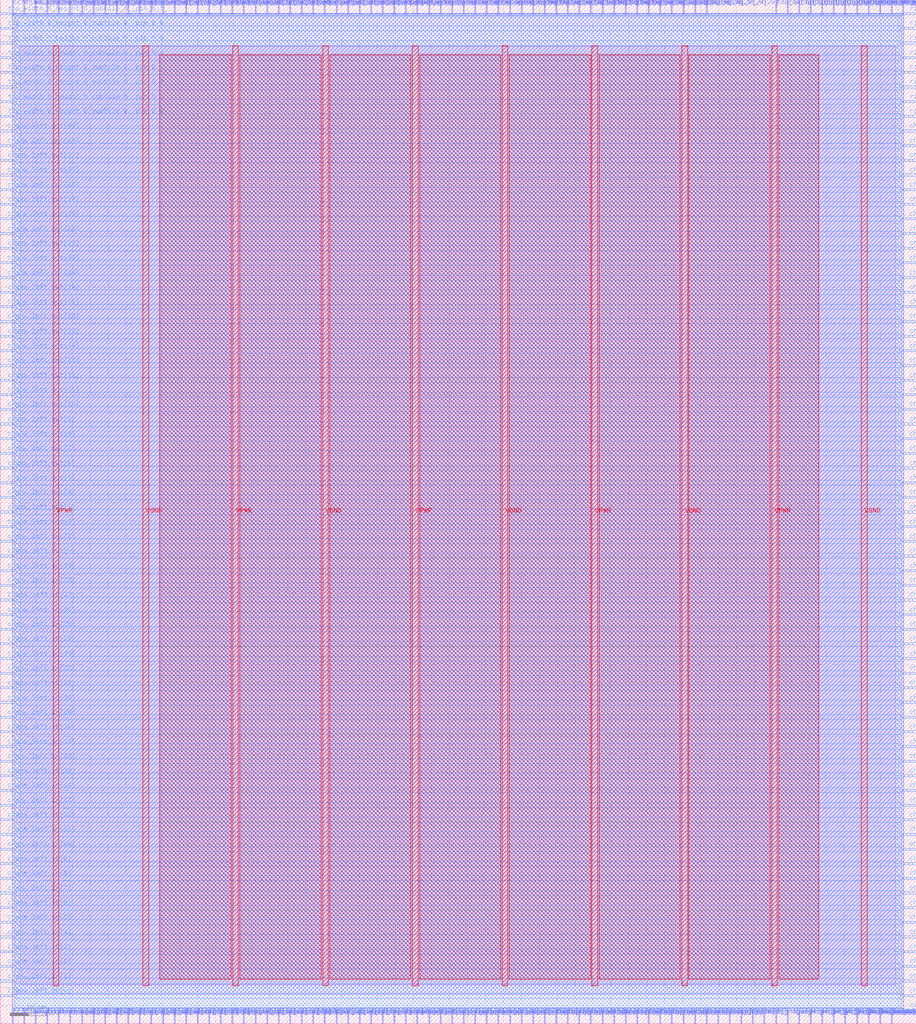
<source format=lef>
VERSION 5.7 ;
  NOWIREEXTENSIONATPIN ON ;
  DIVIDERCHAR "/" ;
  BUSBITCHARS "[]" ;
MACRO tile
  CLASS BLOCK ;
  FOREIGN tile ;
  ORIGIN 0.000 0.000 ;
  SIZE 255.000 BY 285.000 ;
  PIN VGND
    DIRECTION INOUT ;
    USE GROUND ;
    PORT
      LAYER met4 ;
        RECT 39.720 10.640 41.320 272.240 ;
    END
    PORT
      LAYER met4 ;
        RECT 89.720 10.640 91.320 272.240 ;
    END
    PORT
      LAYER met4 ;
        RECT 139.720 10.640 141.320 272.240 ;
    END
    PORT
      LAYER met4 ;
        RECT 189.720 10.640 191.320 272.240 ;
    END
    PORT
      LAYER met4 ;
        RECT 239.720 10.640 241.320 272.240 ;
    END
  END VGND
  PIN VPWR
    DIRECTION INOUT ;
    USE POWER ;
    PORT
      LAYER met4 ;
        RECT 14.720 10.640 16.320 272.240 ;
    END
    PORT
      LAYER met4 ;
        RECT 64.720 10.640 66.320 272.240 ;
    END
    PORT
      LAYER met4 ;
        RECT 114.720 10.640 116.320 272.240 ;
    END
    PORT
      LAYER met4 ;
        RECT 164.720 10.640 166.320 272.240 ;
    END
    PORT
      LAYER met4 ;
        RECT 214.720 10.640 216.320 272.240 ;
    END
  END VPWR
  PIN bottom_width_0_height_0_subtile_0__pin_cout_0_
    DIRECTION OUTPUT TRISTATE ;
    USE SIGNAL ;
    ANTENNADIFFAREA 0.275600 ;
    PORT
      LAYER met2 ;
        RECT 241.590 0.000 241.870 4.000 ;
    END
  END bottom_width_0_height_0_subtile_0__pin_cout_0_
  PIN bottom_width_0_height_0_subtile_0__pin_reg_out_0_
    DIRECTION OUTPUT TRISTATE ;
    USE SIGNAL ;
    ANTENNADIFFAREA 0.275600 ;
    PORT
      LAYER met2 ;
        RECT 244.810 0.000 245.090 4.000 ;
    END
  END bottom_width_0_height_0_subtile_0__pin_reg_out_0_
  PIN ccff_head_1
    DIRECTION INPUT ;
    USE SIGNAL ;
    ANTENNAGATEAREA 0.110000 ;
    PORT
      LAYER met2 ;
        RECT 3.310 0.000 3.590 4.000 ;
    END
  END ccff_head_1
  PIN ccff_head_2
    DIRECTION INPUT ;
    USE SIGNAL ;
    ANTENNAGATEAREA 0.110000 ;
    PORT
      LAYER met2 ;
        RECT 251.250 281.000 251.530 285.000 ;
    END
  END ccff_head_2
  PIN ccff_tail
    DIRECTION OUTPUT TRISTATE ;
    USE SIGNAL ;
    ANTENNADIFFAREA 0.275600 ;
    PORT
      LAYER met3 ;
        RECT 251.000 3.440 255.000 4.040 ;
    END
  END ccff_tail
  PIN ccff_tail_0
    DIRECTION OUTPUT TRISTATE ;
    USE SIGNAL ;
    ANTENNADIFFAREA 0.275600 ;
    PORT
      LAYER met2 ;
        RECT 3.310 281.000 3.590 285.000 ;
    END
  END ccff_tail_0
  PIN chanx_left_in[0]
    DIRECTION INPUT ;
    USE SIGNAL ;
    ANTENNAGATEAREA 0.110000 ;
    PORT
      LAYER met3 ;
        RECT 0.000 7.520 4.000 8.120 ;
    END
  END chanx_left_in[0]
  PIN chanx_left_in[10]
    DIRECTION INPUT ;
    USE SIGNAL ;
    ANTENNAGATEAREA 0.110000 ;
    PORT
      LAYER met3 ;
        RECT 0.000 48.320 4.000 48.920 ;
    END
  END chanx_left_in[10]
  PIN chanx_left_in[11]
    DIRECTION INPUT ;
    USE SIGNAL ;
    ANTENNAGATEAREA 0.110000 ;
    PORT
      LAYER met3 ;
        RECT 0.000 52.400 4.000 53.000 ;
    END
  END chanx_left_in[11]
  PIN chanx_left_in[12]
    DIRECTION INPUT ;
    USE SIGNAL ;
    ANTENNAGATEAREA 0.110000 ;
    PORT
      LAYER met3 ;
        RECT 0.000 56.480 4.000 57.080 ;
    END
  END chanx_left_in[12]
  PIN chanx_left_in[13]
    DIRECTION INPUT ;
    USE SIGNAL ;
    ANTENNAGATEAREA 0.110000 ;
    PORT
      LAYER met3 ;
        RECT 0.000 60.560 4.000 61.160 ;
    END
  END chanx_left_in[13]
  PIN chanx_left_in[14]
    DIRECTION INPUT ;
    USE SIGNAL ;
    ANTENNAGATEAREA 0.110000 ;
    PORT
      LAYER met3 ;
        RECT 0.000 64.640 4.000 65.240 ;
    END
  END chanx_left_in[14]
  PIN chanx_left_in[15]
    DIRECTION INPUT ;
    USE SIGNAL ;
    ANTENNAGATEAREA 0.110000 ;
    PORT
      LAYER met3 ;
        RECT 0.000 68.720 4.000 69.320 ;
    END
  END chanx_left_in[15]
  PIN chanx_left_in[16]
    DIRECTION INPUT ;
    USE SIGNAL ;
    ANTENNAGATEAREA 0.110000 ;
    PORT
      LAYER met3 ;
        RECT 0.000 72.800 4.000 73.400 ;
    END
  END chanx_left_in[16]
  PIN chanx_left_in[17]
    DIRECTION INPUT ;
    USE SIGNAL ;
    ANTENNAGATEAREA 0.110000 ;
    PORT
      LAYER met3 ;
        RECT 0.000 76.880 4.000 77.480 ;
    END
  END chanx_left_in[17]
  PIN chanx_left_in[18]
    DIRECTION INPUT ;
    USE SIGNAL ;
    ANTENNAGATEAREA 0.110000 ;
    PORT
      LAYER met3 ;
        RECT 0.000 80.960 4.000 81.560 ;
    END
  END chanx_left_in[18]
  PIN chanx_left_in[19]
    DIRECTION INPUT ;
    USE SIGNAL ;
    ANTENNAGATEAREA 0.110000 ;
    PORT
      LAYER met3 ;
        RECT 0.000 85.040 4.000 85.640 ;
    END
  END chanx_left_in[19]
  PIN chanx_left_in[1]
    DIRECTION INPUT ;
    USE SIGNAL ;
    ANTENNAGATEAREA 0.110000 ;
    PORT
      LAYER met3 ;
        RECT 0.000 11.600 4.000 12.200 ;
    END
  END chanx_left_in[1]
  PIN chanx_left_in[20]
    DIRECTION INPUT ;
    USE SIGNAL ;
    ANTENNAGATEAREA 0.110000 ;
    PORT
      LAYER met3 ;
        RECT 0.000 89.120 4.000 89.720 ;
    END
  END chanx_left_in[20]
  PIN chanx_left_in[21]
    DIRECTION INPUT ;
    USE SIGNAL ;
    ANTENNAGATEAREA 0.110000 ;
    PORT
      LAYER met3 ;
        RECT 0.000 93.200 4.000 93.800 ;
    END
  END chanx_left_in[21]
  PIN chanx_left_in[22]
    DIRECTION INPUT ;
    USE SIGNAL ;
    ANTENNAGATEAREA 0.110000 ;
    PORT
      LAYER met3 ;
        RECT 0.000 97.280 4.000 97.880 ;
    END
  END chanx_left_in[22]
  PIN chanx_left_in[23]
    DIRECTION INPUT ;
    USE SIGNAL ;
    ANTENNAGATEAREA 0.110000 ;
    PORT
      LAYER met3 ;
        RECT 0.000 101.360 4.000 101.960 ;
    END
  END chanx_left_in[23]
  PIN chanx_left_in[24]
    DIRECTION INPUT ;
    USE SIGNAL ;
    ANTENNAGATEAREA 0.110000 ;
    PORT
      LAYER met3 ;
        RECT 0.000 105.440 4.000 106.040 ;
    END
  END chanx_left_in[24]
  PIN chanx_left_in[25]
    DIRECTION INPUT ;
    USE SIGNAL ;
    ANTENNAGATEAREA 0.110000 ;
    PORT
      LAYER met3 ;
        RECT 0.000 109.520 4.000 110.120 ;
    END
  END chanx_left_in[25]
  PIN chanx_left_in[26]
    DIRECTION INPUT ;
    USE SIGNAL ;
    ANTENNAGATEAREA 0.110000 ;
    PORT
      LAYER met3 ;
        RECT 0.000 113.600 4.000 114.200 ;
    END
  END chanx_left_in[26]
  PIN chanx_left_in[27]
    DIRECTION INPUT ;
    USE SIGNAL ;
    ANTENNAGATEAREA 0.110000 ;
    PORT
      LAYER met3 ;
        RECT 0.000 117.680 4.000 118.280 ;
    END
  END chanx_left_in[27]
  PIN chanx_left_in[28]
    DIRECTION INPUT ;
    USE SIGNAL ;
    ANTENNAGATEAREA 0.110000 ;
    PORT
      LAYER met3 ;
        RECT 0.000 121.760 4.000 122.360 ;
    END
  END chanx_left_in[28]
  PIN chanx_left_in[29]
    DIRECTION INPUT ;
    USE SIGNAL ;
    ANTENNAGATEAREA 0.110000 ;
    PORT
      LAYER met3 ;
        RECT 0.000 125.840 4.000 126.440 ;
    END
  END chanx_left_in[29]
  PIN chanx_left_in[2]
    DIRECTION INPUT ;
    USE SIGNAL ;
    ANTENNAGATEAREA 0.110000 ;
    PORT
      LAYER met3 ;
        RECT 0.000 15.680 4.000 16.280 ;
    END
  END chanx_left_in[2]
  PIN chanx_left_in[3]
    DIRECTION INPUT ;
    USE SIGNAL ;
    ANTENNAGATEAREA 0.110000 ;
    PORT
      LAYER met3 ;
        RECT 0.000 19.760 4.000 20.360 ;
    END
  END chanx_left_in[3]
  PIN chanx_left_in[4]
    DIRECTION INPUT ;
    USE SIGNAL ;
    ANTENNAGATEAREA 0.110000 ;
    PORT
      LAYER met3 ;
        RECT 0.000 23.840 4.000 24.440 ;
    END
  END chanx_left_in[4]
  PIN chanx_left_in[5]
    DIRECTION INPUT ;
    USE SIGNAL ;
    ANTENNAGATEAREA 0.110000 ;
    PORT
      LAYER met3 ;
        RECT 0.000 27.920 4.000 28.520 ;
    END
  END chanx_left_in[5]
  PIN chanx_left_in[6]
    DIRECTION INPUT ;
    USE SIGNAL ;
    ANTENNAGATEAREA 0.110000 ;
    PORT
      LAYER met3 ;
        RECT 0.000 32.000 4.000 32.600 ;
    END
  END chanx_left_in[6]
  PIN chanx_left_in[7]
    DIRECTION INPUT ;
    USE SIGNAL ;
    ANTENNAGATEAREA 0.110000 ;
    PORT
      LAYER met3 ;
        RECT 0.000 36.080 4.000 36.680 ;
    END
  END chanx_left_in[7]
  PIN chanx_left_in[8]
    DIRECTION INPUT ;
    USE SIGNAL ;
    ANTENNAGATEAREA 0.110000 ;
    PORT
      LAYER met3 ;
        RECT 0.000 40.160 4.000 40.760 ;
    END
  END chanx_left_in[8]
  PIN chanx_left_in[9]
    DIRECTION INPUT ;
    USE SIGNAL ;
    ANTENNAGATEAREA 0.110000 ;
    PORT
      LAYER met3 ;
        RECT 0.000 44.240 4.000 44.840 ;
    END
  END chanx_left_in[9]
  PIN chanx_left_out[0]
    DIRECTION OUTPUT TRISTATE ;
    USE SIGNAL ;
    ANTENNADIFFAREA 0.275600 ;
    PORT
      LAYER met3 ;
        RECT 0.000 129.920 4.000 130.520 ;
    END
  END chanx_left_out[0]
  PIN chanx_left_out[10]
    DIRECTION OUTPUT TRISTATE ;
    USE SIGNAL ;
    ANTENNADIFFAREA 0.275600 ;
    PORT
      LAYER met3 ;
        RECT 0.000 170.720 4.000 171.320 ;
    END
  END chanx_left_out[10]
  PIN chanx_left_out[11]
    DIRECTION OUTPUT TRISTATE ;
    USE SIGNAL ;
    ANTENNADIFFAREA 0.275600 ;
    PORT
      LAYER met3 ;
        RECT 0.000 174.800 4.000 175.400 ;
    END
  END chanx_left_out[11]
  PIN chanx_left_out[12]
    DIRECTION OUTPUT TRISTATE ;
    USE SIGNAL ;
    ANTENNADIFFAREA 0.275600 ;
    PORT
      LAYER met3 ;
        RECT 0.000 178.880 4.000 179.480 ;
    END
  END chanx_left_out[12]
  PIN chanx_left_out[13]
    DIRECTION OUTPUT TRISTATE ;
    USE SIGNAL ;
    ANTENNADIFFAREA 0.275600 ;
    PORT
      LAYER met3 ;
        RECT 0.000 182.960 4.000 183.560 ;
    END
  END chanx_left_out[13]
  PIN chanx_left_out[14]
    DIRECTION OUTPUT TRISTATE ;
    USE SIGNAL ;
    ANTENNADIFFAREA 0.275600 ;
    PORT
      LAYER met3 ;
        RECT 0.000 187.040 4.000 187.640 ;
    END
  END chanx_left_out[14]
  PIN chanx_left_out[15]
    DIRECTION OUTPUT TRISTATE ;
    USE SIGNAL ;
    ANTENNADIFFAREA 0.275600 ;
    PORT
      LAYER met3 ;
        RECT 0.000 191.120 4.000 191.720 ;
    END
  END chanx_left_out[15]
  PIN chanx_left_out[16]
    DIRECTION OUTPUT TRISTATE ;
    USE SIGNAL ;
    ANTENNADIFFAREA 0.275600 ;
    PORT
      LAYER met3 ;
        RECT 0.000 195.200 4.000 195.800 ;
    END
  END chanx_left_out[16]
  PIN chanx_left_out[17]
    DIRECTION OUTPUT TRISTATE ;
    USE SIGNAL ;
    ANTENNADIFFAREA 0.275600 ;
    PORT
      LAYER met3 ;
        RECT 0.000 199.280 4.000 199.880 ;
    END
  END chanx_left_out[17]
  PIN chanx_left_out[18]
    DIRECTION OUTPUT TRISTATE ;
    USE SIGNAL ;
    ANTENNADIFFAREA 0.275600 ;
    PORT
      LAYER met3 ;
        RECT 0.000 203.360 4.000 203.960 ;
    END
  END chanx_left_out[18]
  PIN chanx_left_out[19]
    DIRECTION OUTPUT TRISTATE ;
    USE SIGNAL ;
    ANTENNADIFFAREA 0.275600 ;
    PORT
      LAYER met3 ;
        RECT 0.000 207.440 4.000 208.040 ;
    END
  END chanx_left_out[19]
  PIN chanx_left_out[1]
    DIRECTION OUTPUT TRISTATE ;
    USE SIGNAL ;
    ANTENNADIFFAREA 0.275600 ;
    PORT
      LAYER met3 ;
        RECT 0.000 134.000 4.000 134.600 ;
    END
  END chanx_left_out[1]
  PIN chanx_left_out[20]
    DIRECTION OUTPUT TRISTATE ;
    USE SIGNAL ;
    ANTENNADIFFAREA 0.275600 ;
    PORT
      LAYER met3 ;
        RECT 0.000 211.520 4.000 212.120 ;
    END
  END chanx_left_out[20]
  PIN chanx_left_out[21]
    DIRECTION OUTPUT TRISTATE ;
    USE SIGNAL ;
    ANTENNADIFFAREA 0.275600 ;
    PORT
      LAYER met3 ;
        RECT 0.000 215.600 4.000 216.200 ;
    END
  END chanx_left_out[21]
  PIN chanx_left_out[22]
    DIRECTION OUTPUT TRISTATE ;
    USE SIGNAL ;
    ANTENNADIFFAREA 0.275600 ;
    PORT
      LAYER met3 ;
        RECT 0.000 219.680 4.000 220.280 ;
    END
  END chanx_left_out[22]
  PIN chanx_left_out[23]
    DIRECTION OUTPUT TRISTATE ;
    USE SIGNAL ;
    ANTENNADIFFAREA 0.275600 ;
    PORT
      LAYER met3 ;
        RECT 0.000 223.760 4.000 224.360 ;
    END
  END chanx_left_out[23]
  PIN chanx_left_out[24]
    DIRECTION OUTPUT TRISTATE ;
    USE SIGNAL ;
    ANTENNADIFFAREA 0.275600 ;
    PORT
      LAYER met3 ;
        RECT 0.000 227.840 4.000 228.440 ;
    END
  END chanx_left_out[24]
  PIN chanx_left_out[25]
    DIRECTION OUTPUT TRISTATE ;
    USE SIGNAL ;
    ANTENNADIFFAREA 0.275600 ;
    PORT
      LAYER met3 ;
        RECT 0.000 231.920 4.000 232.520 ;
    END
  END chanx_left_out[25]
  PIN chanx_left_out[26]
    DIRECTION OUTPUT TRISTATE ;
    USE SIGNAL ;
    ANTENNADIFFAREA 0.275600 ;
    PORT
      LAYER met3 ;
        RECT 0.000 236.000 4.000 236.600 ;
    END
  END chanx_left_out[26]
  PIN chanx_left_out[27]
    DIRECTION OUTPUT TRISTATE ;
    USE SIGNAL ;
    ANTENNADIFFAREA 0.275600 ;
    PORT
      LAYER met3 ;
        RECT 0.000 240.080 4.000 240.680 ;
    END
  END chanx_left_out[27]
  PIN chanx_left_out[28]
    DIRECTION OUTPUT TRISTATE ;
    USE SIGNAL ;
    ANTENNADIFFAREA 0.275600 ;
    PORT
      LAYER met3 ;
        RECT 0.000 244.160 4.000 244.760 ;
    END
  END chanx_left_out[28]
  PIN chanx_left_out[29]
    DIRECTION OUTPUT TRISTATE ;
    USE SIGNAL ;
    ANTENNADIFFAREA 0.275600 ;
    PORT
      LAYER met3 ;
        RECT 0.000 248.240 4.000 248.840 ;
    END
  END chanx_left_out[29]
  PIN chanx_left_out[2]
    DIRECTION OUTPUT TRISTATE ;
    USE SIGNAL ;
    ANTENNADIFFAREA 0.275600 ;
    PORT
      LAYER met3 ;
        RECT 0.000 138.080 4.000 138.680 ;
    END
  END chanx_left_out[2]
  PIN chanx_left_out[3]
    DIRECTION OUTPUT TRISTATE ;
    USE SIGNAL ;
    ANTENNADIFFAREA 0.275600 ;
    PORT
      LAYER met3 ;
        RECT 0.000 142.160 4.000 142.760 ;
    END
  END chanx_left_out[3]
  PIN chanx_left_out[4]
    DIRECTION OUTPUT TRISTATE ;
    USE SIGNAL ;
    ANTENNADIFFAREA 0.275600 ;
    PORT
      LAYER met3 ;
        RECT 0.000 146.240 4.000 146.840 ;
    END
  END chanx_left_out[4]
  PIN chanx_left_out[5]
    DIRECTION OUTPUT TRISTATE ;
    USE SIGNAL ;
    ANTENNADIFFAREA 0.275600 ;
    PORT
      LAYER met3 ;
        RECT 0.000 150.320 4.000 150.920 ;
    END
  END chanx_left_out[5]
  PIN chanx_left_out[6]
    DIRECTION OUTPUT TRISTATE ;
    USE SIGNAL ;
    ANTENNADIFFAREA 0.275600 ;
    PORT
      LAYER met3 ;
        RECT 0.000 154.400 4.000 155.000 ;
    END
  END chanx_left_out[6]
  PIN chanx_left_out[7]
    DIRECTION OUTPUT TRISTATE ;
    USE SIGNAL ;
    ANTENNADIFFAREA 0.275600 ;
    PORT
      LAYER met3 ;
        RECT 0.000 158.480 4.000 159.080 ;
    END
  END chanx_left_out[7]
  PIN chanx_left_out[8]
    DIRECTION OUTPUT TRISTATE ;
    USE SIGNAL ;
    ANTENNADIFFAREA 0.275600 ;
    PORT
      LAYER met3 ;
        RECT 0.000 162.560 4.000 163.160 ;
    END
  END chanx_left_out[8]
  PIN chanx_left_out[9]
    DIRECTION OUTPUT TRISTATE ;
    USE SIGNAL ;
    ANTENNADIFFAREA 0.275600 ;
    PORT
      LAYER met3 ;
        RECT 0.000 166.640 4.000 167.240 ;
    END
  END chanx_left_out[9]
  PIN chanx_right_in_0[0]
    DIRECTION INPUT ;
    USE SIGNAL ;
    ANTENNAGATEAREA 0.110000 ;
    PORT
      LAYER met3 ;
        RECT 251.000 129.920 255.000 130.520 ;
    END
  END chanx_right_in_0[0]
  PIN chanx_right_in_0[10]
    DIRECTION INPUT ;
    USE SIGNAL ;
    ANTENNAGATEAREA 0.110000 ;
    PORT
      LAYER met3 ;
        RECT 251.000 170.720 255.000 171.320 ;
    END
  END chanx_right_in_0[10]
  PIN chanx_right_in_0[11]
    DIRECTION INPUT ;
    USE SIGNAL ;
    ANTENNAGATEAREA 0.110000 ;
    PORT
      LAYER met3 ;
        RECT 251.000 174.800 255.000 175.400 ;
    END
  END chanx_right_in_0[11]
  PIN chanx_right_in_0[12]
    DIRECTION INPUT ;
    USE SIGNAL ;
    ANTENNAGATEAREA 0.110000 ;
    PORT
      LAYER met3 ;
        RECT 251.000 178.880 255.000 179.480 ;
    END
  END chanx_right_in_0[12]
  PIN chanx_right_in_0[13]
    DIRECTION INPUT ;
    USE SIGNAL ;
    ANTENNAGATEAREA 0.110000 ;
    PORT
      LAYER met3 ;
        RECT 251.000 182.960 255.000 183.560 ;
    END
  END chanx_right_in_0[13]
  PIN chanx_right_in_0[14]
    DIRECTION INPUT ;
    USE SIGNAL ;
    ANTENNAGATEAREA 0.110000 ;
    PORT
      LAYER met3 ;
        RECT 251.000 187.040 255.000 187.640 ;
    END
  END chanx_right_in_0[14]
  PIN chanx_right_in_0[15]
    DIRECTION INPUT ;
    USE SIGNAL ;
    ANTENNAGATEAREA 0.110000 ;
    PORT
      LAYER met3 ;
        RECT 251.000 191.120 255.000 191.720 ;
    END
  END chanx_right_in_0[15]
  PIN chanx_right_in_0[16]
    DIRECTION INPUT ;
    USE SIGNAL ;
    ANTENNAGATEAREA 0.110000 ;
    PORT
      LAYER met3 ;
        RECT 251.000 195.200 255.000 195.800 ;
    END
  END chanx_right_in_0[16]
  PIN chanx_right_in_0[17]
    DIRECTION INPUT ;
    USE SIGNAL ;
    ANTENNAGATEAREA 0.110000 ;
    PORT
      LAYER met3 ;
        RECT 251.000 199.280 255.000 199.880 ;
    END
  END chanx_right_in_0[17]
  PIN chanx_right_in_0[18]
    DIRECTION INPUT ;
    USE SIGNAL ;
    ANTENNAGATEAREA 0.110000 ;
    PORT
      LAYER met3 ;
        RECT 251.000 203.360 255.000 203.960 ;
    END
  END chanx_right_in_0[18]
  PIN chanx_right_in_0[19]
    DIRECTION INPUT ;
    USE SIGNAL ;
    ANTENNAGATEAREA 0.110000 ;
    PORT
      LAYER met3 ;
        RECT 251.000 207.440 255.000 208.040 ;
    END
  END chanx_right_in_0[19]
  PIN chanx_right_in_0[1]
    DIRECTION INPUT ;
    USE SIGNAL ;
    ANTENNAGATEAREA 0.110000 ;
    PORT
      LAYER met3 ;
        RECT 251.000 134.000 255.000 134.600 ;
    END
  END chanx_right_in_0[1]
  PIN chanx_right_in_0[20]
    DIRECTION INPUT ;
    USE SIGNAL ;
    ANTENNAGATEAREA 0.110000 ;
    PORT
      LAYER met3 ;
        RECT 251.000 211.520 255.000 212.120 ;
    END
  END chanx_right_in_0[20]
  PIN chanx_right_in_0[21]
    DIRECTION INPUT ;
    USE SIGNAL ;
    ANTENNAGATEAREA 0.110000 ;
    PORT
      LAYER met3 ;
        RECT 251.000 215.600 255.000 216.200 ;
    END
  END chanx_right_in_0[21]
  PIN chanx_right_in_0[22]
    DIRECTION INPUT ;
    USE SIGNAL ;
    ANTENNAGATEAREA 0.110000 ;
    PORT
      LAYER met3 ;
        RECT 251.000 219.680 255.000 220.280 ;
    END
  END chanx_right_in_0[22]
  PIN chanx_right_in_0[23]
    DIRECTION INPUT ;
    USE SIGNAL ;
    ANTENNAGATEAREA 0.110000 ;
    PORT
      LAYER met3 ;
        RECT 251.000 223.760 255.000 224.360 ;
    END
  END chanx_right_in_0[23]
  PIN chanx_right_in_0[24]
    DIRECTION INPUT ;
    USE SIGNAL ;
    ANTENNAGATEAREA 0.110000 ;
    PORT
      LAYER met3 ;
        RECT 251.000 227.840 255.000 228.440 ;
    END
  END chanx_right_in_0[24]
  PIN chanx_right_in_0[25]
    DIRECTION INPUT ;
    USE SIGNAL ;
    ANTENNAGATEAREA 0.110000 ;
    PORT
      LAYER met3 ;
        RECT 251.000 231.920 255.000 232.520 ;
    END
  END chanx_right_in_0[25]
  PIN chanx_right_in_0[26]
    DIRECTION INPUT ;
    USE SIGNAL ;
    ANTENNAGATEAREA 0.110000 ;
    PORT
      LAYER met3 ;
        RECT 251.000 236.000 255.000 236.600 ;
    END
  END chanx_right_in_0[26]
  PIN chanx_right_in_0[27]
    DIRECTION INPUT ;
    USE SIGNAL ;
    ANTENNAGATEAREA 0.110000 ;
    PORT
      LAYER met3 ;
        RECT 251.000 240.080 255.000 240.680 ;
    END
  END chanx_right_in_0[27]
  PIN chanx_right_in_0[28]
    DIRECTION INPUT ;
    USE SIGNAL ;
    ANTENNAGATEAREA 0.110000 ;
    PORT
      LAYER met3 ;
        RECT 251.000 244.160 255.000 244.760 ;
    END
  END chanx_right_in_0[28]
  PIN chanx_right_in_0[29]
    DIRECTION INPUT ;
    USE SIGNAL ;
    ANTENNAGATEAREA 0.110000 ;
    PORT
      LAYER met3 ;
        RECT 251.000 248.240 255.000 248.840 ;
    END
  END chanx_right_in_0[29]
  PIN chanx_right_in_0[2]
    DIRECTION INPUT ;
    USE SIGNAL ;
    ANTENNAGATEAREA 0.110000 ;
    PORT
      LAYER met3 ;
        RECT 251.000 138.080 255.000 138.680 ;
    END
  END chanx_right_in_0[2]
  PIN chanx_right_in_0[3]
    DIRECTION INPUT ;
    USE SIGNAL ;
    ANTENNAGATEAREA 0.110000 ;
    PORT
      LAYER met3 ;
        RECT 251.000 142.160 255.000 142.760 ;
    END
  END chanx_right_in_0[3]
  PIN chanx_right_in_0[4]
    DIRECTION INPUT ;
    USE SIGNAL ;
    ANTENNAGATEAREA 0.110000 ;
    PORT
      LAYER met3 ;
        RECT 251.000 146.240 255.000 146.840 ;
    END
  END chanx_right_in_0[4]
  PIN chanx_right_in_0[5]
    DIRECTION INPUT ;
    USE SIGNAL ;
    ANTENNAGATEAREA 0.110000 ;
    PORT
      LAYER met3 ;
        RECT 251.000 150.320 255.000 150.920 ;
    END
  END chanx_right_in_0[5]
  PIN chanx_right_in_0[6]
    DIRECTION INPUT ;
    USE SIGNAL ;
    ANTENNAGATEAREA 0.110000 ;
    PORT
      LAYER met3 ;
        RECT 251.000 154.400 255.000 155.000 ;
    END
  END chanx_right_in_0[6]
  PIN chanx_right_in_0[7]
    DIRECTION INPUT ;
    USE SIGNAL ;
    ANTENNAGATEAREA 0.110000 ;
    PORT
      LAYER met3 ;
        RECT 251.000 158.480 255.000 159.080 ;
    END
  END chanx_right_in_0[7]
  PIN chanx_right_in_0[8]
    DIRECTION INPUT ;
    USE SIGNAL ;
    ANTENNAGATEAREA 0.110000 ;
    PORT
      LAYER met3 ;
        RECT 251.000 162.560 255.000 163.160 ;
    END
  END chanx_right_in_0[8]
  PIN chanx_right_in_0[9]
    DIRECTION INPUT ;
    USE SIGNAL ;
    ANTENNAGATEAREA 0.110000 ;
    PORT
      LAYER met3 ;
        RECT 251.000 166.640 255.000 167.240 ;
    END
  END chanx_right_in_0[9]
  PIN chanx_right_out_0[0]
    DIRECTION OUTPUT TRISTATE ;
    USE SIGNAL ;
    ANTENNADIFFAREA 0.275600 ;
    PORT
      LAYER met3 ;
        RECT 251.000 7.520 255.000 8.120 ;
    END
  END chanx_right_out_0[0]
  PIN chanx_right_out_0[10]
    DIRECTION OUTPUT TRISTATE ;
    USE SIGNAL ;
    ANTENNADIFFAREA 0.275600 ;
    PORT
      LAYER met3 ;
        RECT 251.000 48.320 255.000 48.920 ;
    END
  END chanx_right_out_0[10]
  PIN chanx_right_out_0[11]
    DIRECTION OUTPUT TRISTATE ;
    USE SIGNAL ;
    ANTENNADIFFAREA 0.275600 ;
    PORT
      LAYER met3 ;
        RECT 251.000 52.400 255.000 53.000 ;
    END
  END chanx_right_out_0[11]
  PIN chanx_right_out_0[12]
    DIRECTION OUTPUT TRISTATE ;
    USE SIGNAL ;
    ANTENNADIFFAREA 0.275600 ;
    PORT
      LAYER met3 ;
        RECT 251.000 56.480 255.000 57.080 ;
    END
  END chanx_right_out_0[12]
  PIN chanx_right_out_0[13]
    DIRECTION OUTPUT TRISTATE ;
    USE SIGNAL ;
    ANTENNADIFFAREA 0.275600 ;
    PORT
      LAYER met3 ;
        RECT 251.000 60.560 255.000 61.160 ;
    END
  END chanx_right_out_0[13]
  PIN chanx_right_out_0[14]
    DIRECTION OUTPUT TRISTATE ;
    USE SIGNAL ;
    ANTENNADIFFAREA 0.275600 ;
    PORT
      LAYER met3 ;
        RECT 251.000 64.640 255.000 65.240 ;
    END
  END chanx_right_out_0[14]
  PIN chanx_right_out_0[15]
    DIRECTION OUTPUT TRISTATE ;
    USE SIGNAL ;
    ANTENNADIFFAREA 0.275600 ;
    PORT
      LAYER met3 ;
        RECT 251.000 68.720 255.000 69.320 ;
    END
  END chanx_right_out_0[15]
  PIN chanx_right_out_0[16]
    DIRECTION OUTPUT TRISTATE ;
    USE SIGNAL ;
    ANTENNADIFFAREA 0.275600 ;
    PORT
      LAYER met3 ;
        RECT 251.000 72.800 255.000 73.400 ;
    END
  END chanx_right_out_0[16]
  PIN chanx_right_out_0[17]
    DIRECTION OUTPUT TRISTATE ;
    USE SIGNAL ;
    ANTENNADIFFAREA 0.275600 ;
    PORT
      LAYER met3 ;
        RECT 251.000 76.880 255.000 77.480 ;
    END
  END chanx_right_out_0[17]
  PIN chanx_right_out_0[18]
    DIRECTION OUTPUT TRISTATE ;
    USE SIGNAL ;
    ANTENNADIFFAREA 0.275600 ;
    PORT
      LAYER met3 ;
        RECT 251.000 80.960 255.000 81.560 ;
    END
  END chanx_right_out_0[18]
  PIN chanx_right_out_0[19]
    DIRECTION OUTPUT TRISTATE ;
    USE SIGNAL ;
    ANTENNADIFFAREA 0.275600 ;
    PORT
      LAYER met3 ;
        RECT 251.000 85.040 255.000 85.640 ;
    END
  END chanx_right_out_0[19]
  PIN chanx_right_out_0[1]
    DIRECTION OUTPUT TRISTATE ;
    USE SIGNAL ;
    ANTENNADIFFAREA 0.275600 ;
    PORT
      LAYER met3 ;
        RECT 251.000 11.600 255.000 12.200 ;
    END
  END chanx_right_out_0[1]
  PIN chanx_right_out_0[20]
    DIRECTION OUTPUT TRISTATE ;
    USE SIGNAL ;
    ANTENNADIFFAREA 0.275600 ;
    PORT
      LAYER met3 ;
        RECT 251.000 89.120 255.000 89.720 ;
    END
  END chanx_right_out_0[20]
  PIN chanx_right_out_0[21]
    DIRECTION OUTPUT TRISTATE ;
    USE SIGNAL ;
    ANTENNADIFFAREA 0.275600 ;
    PORT
      LAYER met3 ;
        RECT 251.000 93.200 255.000 93.800 ;
    END
  END chanx_right_out_0[21]
  PIN chanx_right_out_0[22]
    DIRECTION OUTPUT TRISTATE ;
    USE SIGNAL ;
    ANTENNADIFFAREA 0.275600 ;
    PORT
      LAYER met3 ;
        RECT 251.000 97.280 255.000 97.880 ;
    END
  END chanx_right_out_0[22]
  PIN chanx_right_out_0[23]
    DIRECTION OUTPUT TRISTATE ;
    USE SIGNAL ;
    ANTENNADIFFAREA 0.275600 ;
    PORT
      LAYER met3 ;
        RECT 251.000 101.360 255.000 101.960 ;
    END
  END chanx_right_out_0[23]
  PIN chanx_right_out_0[24]
    DIRECTION OUTPUT TRISTATE ;
    USE SIGNAL ;
    ANTENNADIFFAREA 0.275600 ;
    PORT
      LAYER met3 ;
        RECT 251.000 105.440 255.000 106.040 ;
    END
  END chanx_right_out_0[24]
  PIN chanx_right_out_0[25]
    DIRECTION OUTPUT TRISTATE ;
    USE SIGNAL ;
    ANTENNADIFFAREA 0.275600 ;
    PORT
      LAYER met3 ;
        RECT 251.000 109.520 255.000 110.120 ;
    END
  END chanx_right_out_0[25]
  PIN chanx_right_out_0[26]
    DIRECTION OUTPUT TRISTATE ;
    USE SIGNAL ;
    ANTENNADIFFAREA 0.275600 ;
    PORT
      LAYER met3 ;
        RECT 251.000 113.600 255.000 114.200 ;
    END
  END chanx_right_out_0[26]
  PIN chanx_right_out_0[27]
    DIRECTION OUTPUT TRISTATE ;
    USE SIGNAL ;
    ANTENNADIFFAREA 0.275600 ;
    PORT
      LAYER met3 ;
        RECT 251.000 117.680 255.000 118.280 ;
    END
  END chanx_right_out_0[27]
  PIN chanx_right_out_0[28]
    DIRECTION OUTPUT TRISTATE ;
    USE SIGNAL ;
    ANTENNADIFFAREA 0.275600 ;
    PORT
      LAYER met3 ;
        RECT 251.000 121.760 255.000 122.360 ;
    END
  END chanx_right_out_0[28]
  PIN chanx_right_out_0[29]
    DIRECTION OUTPUT TRISTATE ;
    USE SIGNAL ;
    ANTENNADIFFAREA 0.275600 ;
    PORT
      LAYER met3 ;
        RECT 251.000 125.840 255.000 126.440 ;
    END
  END chanx_right_out_0[29]
  PIN chanx_right_out_0[2]
    DIRECTION OUTPUT TRISTATE ;
    USE SIGNAL ;
    ANTENNADIFFAREA 0.275600 ;
    PORT
      LAYER met3 ;
        RECT 251.000 15.680 255.000 16.280 ;
    END
  END chanx_right_out_0[2]
  PIN chanx_right_out_0[3]
    DIRECTION OUTPUT TRISTATE ;
    USE SIGNAL ;
    ANTENNADIFFAREA 0.275600 ;
    PORT
      LAYER met3 ;
        RECT 251.000 19.760 255.000 20.360 ;
    END
  END chanx_right_out_0[3]
  PIN chanx_right_out_0[4]
    DIRECTION OUTPUT TRISTATE ;
    USE SIGNAL ;
    ANTENNADIFFAREA 0.275600 ;
    PORT
      LAYER met3 ;
        RECT 251.000 23.840 255.000 24.440 ;
    END
  END chanx_right_out_0[4]
  PIN chanx_right_out_0[5]
    DIRECTION OUTPUT TRISTATE ;
    USE SIGNAL ;
    ANTENNADIFFAREA 0.275600 ;
    PORT
      LAYER met3 ;
        RECT 251.000 27.920 255.000 28.520 ;
    END
  END chanx_right_out_0[5]
  PIN chanx_right_out_0[6]
    DIRECTION OUTPUT TRISTATE ;
    USE SIGNAL ;
    ANTENNADIFFAREA 0.275600 ;
    PORT
      LAYER met3 ;
        RECT 251.000 32.000 255.000 32.600 ;
    END
  END chanx_right_out_0[6]
  PIN chanx_right_out_0[7]
    DIRECTION OUTPUT TRISTATE ;
    USE SIGNAL ;
    ANTENNADIFFAREA 0.275600 ;
    PORT
      LAYER met3 ;
        RECT 251.000 36.080 255.000 36.680 ;
    END
  END chanx_right_out_0[7]
  PIN chanx_right_out_0[8]
    DIRECTION OUTPUT TRISTATE ;
    USE SIGNAL ;
    ANTENNADIFFAREA 0.275600 ;
    PORT
      LAYER met3 ;
        RECT 251.000 40.160 255.000 40.760 ;
    END
  END chanx_right_out_0[8]
  PIN chanx_right_out_0[9]
    DIRECTION OUTPUT TRISTATE ;
    USE SIGNAL ;
    ANTENNADIFFAREA 0.275600 ;
    PORT
      LAYER met3 ;
        RECT 251.000 44.240 255.000 44.840 ;
    END
  END chanx_right_out_0[9]
  PIN chany_bottom_in[0]
    DIRECTION INPUT ;
    USE SIGNAL ;
    ANTENNAGATEAREA 0.110000 ;
    PORT
      LAYER met2 ;
        RECT 6.530 0.000 6.810 4.000 ;
    END
  END chany_bottom_in[0]
  PIN chany_bottom_in[10]
    DIRECTION INPUT ;
    USE SIGNAL ;
    ANTENNAGATEAREA 0.110000 ;
    PORT
      LAYER met2 ;
        RECT 38.730 0.000 39.010 4.000 ;
    END
  END chany_bottom_in[10]
  PIN chany_bottom_in[11]
    DIRECTION INPUT ;
    USE SIGNAL ;
    ANTENNAGATEAREA 0.110000 ;
    PORT
      LAYER met2 ;
        RECT 41.950 0.000 42.230 4.000 ;
    END
  END chany_bottom_in[11]
  PIN chany_bottom_in[12]
    DIRECTION INPUT ;
    USE SIGNAL ;
    ANTENNAGATEAREA 0.110000 ;
    PORT
      LAYER met2 ;
        RECT 45.170 0.000 45.450 4.000 ;
    END
  END chany_bottom_in[12]
  PIN chany_bottom_in[13]
    DIRECTION INPUT ;
    USE SIGNAL ;
    ANTENNAGATEAREA 0.110000 ;
    PORT
      LAYER met2 ;
        RECT 48.390 0.000 48.670 4.000 ;
    END
  END chany_bottom_in[13]
  PIN chany_bottom_in[14]
    DIRECTION INPUT ;
    USE SIGNAL ;
    ANTENNAGATEAREA 0.110000 ;
    PORT
      LAYER met2 ;
        RECT 51.610 0.000 51.890 4.000 ;
    END
  END chany_bottom_in[14]
  PIN chany_bottom_in[15]
    DIRECTION INPUT ;
    USE SIGNAL ;
    ANTENNAGATEAREA 0.110000 ;
    PORT
      LAYER met2 ;
        RECT 54.830 0.000 55.110 4.000 ;
    END
  END chany_bottom_in[15]
  PIN chany_bottom_in[16]
    DIRECTION INPUT ;
    USE SIGNAL ;
    ANTENNAGATEAREA 0.110000 ;
    PORT
      LAYER met2 ;
        RECT 58.050 0.000 58.330 4.000 ;
    END
  END chany_bottom_in[16]
  PIN chany_bottom_in[17]
    DIRECTION INPUT ;
    USE SIGNAL ;
    ANTENNAGATEAREA 0.110000 ;
    PORT
      LAYER met2 ;
        RECT 61.270 0.000 61.550 4.000 ;
    END
  END chany_bottom_in[17]
  PIN chany_bottom_in[18]
    DIRECTION INPUT ;
    USE SIGNAL ;
    ANTENNAGATEAREA 0.110000 ;
    PORT
      LAYER met2 ;
        RECT 64.490 0.000 64.770 4.000 ;
    END
  END chany_bottom_in[18]
  PIN chany_bottom_in[19]
    DIRECTION INPUT ;
    USE SIGNAL ;
    ANTENNAGATEAREA 0.110000 ;
    PORT
      LAYER met2 ;
        RECT 67.710 0.000 67.990 4.000 ;
    END
  END chany_bottom_in[19]
  PIN chany_bottom_in[1]
    DIRECTION INPUT ;
    USE SIGNAL ;
    ANTENNAGATEAREA 0.110000 ;
    PORT
      LAYER met2 ;
        RECT 9.750 0.000 10.030 4.000 ;
    END
  END chany_bottom_in[1]
  PIN chany_bottom_in[20]
    DIRECTION INPUT ;
    USE SIGNAL ;
    ANTENNAGATEAREA 0.110000 ;
    PORT
      LAYER met2 ;
        RECT 70.930 0.000 71.210 4.000 ;
    END
  END chany_bottom_in[20]
  PIN chany_bottom_in[21]
    DIRECTION INPUT ;
    USE SIGNAL ;
    ANTENNAGATEAREA 0.110000 ;
    PORT
      LAYER met2 ;
        RECT 74.150 0.000 74.430 4.000 ;
    END
  END chany_bottom_in[21]
  PIN chany_bottom_in[22]
    DIRECTION INPUT ;
    USE SIGNAL ;
    ANTENNAGATEAREA 0.110000 ;
    PORT
      LAYER met2 ;
        RECT 77.370 0.000 77.650 4.000 ;
    END
  END chany_bottom_in[22]
  PIN chany_bottom_in[23]
    DIRECTION INPUT ;
    USE SIGNAL ;
    ANTENNAGATEAREA 0.110000 ;
    PORT
      LAYER met2 ;
        RECT 80.590 0.000 80.870 4.000 ;
    END
  END chany_bottom_in[23]
  PIN chany_bottom_in[24]
    DIRECTION INPUT ;
    USE SIGNAL ;
    ANTENNAGATEAREA 0.110000 ;
    PORT
      LAYER met2 ;
        RECT 83.810 0.000 84.090 4.000 ;
    END
  END chany_bottom_in[24]
  PIN chany_bottom_in[25]
    DIRECTION INPUT ;
    USE SIGNAL ;
    ANTENNAGATEAREA 0.110000 ;
    PORT
      LAYER met2 ;
        RECT 87.030 0.000 87.310 4.000 ;
    END
  END chany_bottom_in[25]
  PIN chany_bottom_in[26]
    DIRECTION INPUT ;
    USE SIGNAL ;
    ANTENNAGATEAREA 0.110000 ;
    PORT
      LAYER met2 ;
        RECT 90.250 0.000 90.530 4.000 ;
    END
  END chany_bottom_in[26]
  PIN chany_bottom_in[27]
    DIRECTION INPUT ;
    USE SIGNAL ;
    ANTENNAGATEAREA 0.110000 ;
    PORT
      LAYER met2 ;
        RECT 93.470 0.000 93.750 4.000 ;
    END
  END chany_bottom_in[27]
  PIN chany_bottom_in[28]
    DIRECTION INPUT ;
    USE SIGNAL ;
    ANTENNAGATEAREA 0.110000 ;
    PORT
      LAYER met2 ;
        RECT 96.690 0.000 96.970 4.000 ;
    END
  END chany_bottom_in[28]
  PIN chany_bottom_in[29]
    DIRECTION INPUT ;
    USE SIGNAL ;
    ANTENNAGATEAREA 0.110000 ;
    PORT
      LAYER met2 ;
        RECT 99.910 0.000 100.190 4.000 ;
    END
  END chany_bottom_in[29]
  PIN chany_bottom_in[2]
    DIRECTION INPUT ;
    USE SIGNAL ;
    ANTENNAGATEAREA 0.110000 ;
    PORT
      LAYER met2 ;
        RECT 12.970 0.000 13.250 4.000 ;
    END
  END chany_bottom_in[2]
  PIN chany_bottom_in[3]
    DIRECTION INPUT ;
    USE SIGNAL ;
    ANTENNAGATEAREA 0.110000 ;
    PORT
      LAYER met2 ;
        RECT 16.190 0.000 16.470 4.000 ;
    END
  END chany_bottom_in[3]
  PIN chany_bottom_in[4]
    DIRECTION INPUT ;
    USE SIGNAL ;
    ANTENNAGATEAREA 0.110000 ;
    PORT
      LAYER met2 ;
        RECT 19.410 0.000 19.690 4.000 ;
    END
  END chany_bottom_in[4]
  PIN chany_bottom_in[5]
    DIRECTION INPUT ;
    USE SIGNAL ;
    ANTENNAGATEAREA 0.110000 ;
    PORT
      LAYER met2 ;
        RECT 22.630 0.000 22.910 4.000 ;
    END
  END chany_bottom_in[5]
  PIN chany_bottom_in[6]
    DIRECTION INPUT ;
    USE SIGNAL ;
    ANTENNAGATEAREA 0.110000 ;
    PORT
      LAYER met2 ;
        RECT 25.850 0.000 26.130 4.000 ;
    END
  END chany_bottom_in[6]
  PIN chany_bottom_in[7]
    DIRECTION INPUT ;
    USE SIGNAL ;
    ANTENNAGATEAREA 0.110000 ;
    PORT
      LAYER met2 ;
        RECT 29.070 0.000 29.350 4.000 ;
    END
  END chany_bottom_in[7]
  PIN chany_bottom_in[8]
    DIRECTION INPUT ;
    USE SIGNAL ;
    ANTENNAGATEAREA 0.110000 ;
    PORT
      LAYER met2 ;
        RECT 32.290 0.000 32.570 4.000 ;
    END
  END chany_bottom_in[8]
  PIN chany_bottom_in[9]
    DIRECTION INPUT ;
    USE SIGNAL ;
    ANTENNAGATEAREA 0.110000 ;
    PORT
      LAYER met2 ;
        RECT 35.510 0.000 35.790 4.000 ;
    END
  END chany_bottom_in[9]
  PIN chany_bottom_out[0]
    DIRECTION OUTPUT TRISTATE ;
    USE SIGNAL ;
    ANTENNADIFFAREA 0.275600 ;
    PORT
      LAYER met2 ;
        RECT 103.130 0.000 103.410 4.000 ;
    END
  END chany_bottom_out[0]
  PIN chany_bottom_out[10]
    DIRECTION OUTPUT TRISTATE ;
    USE SIGNAL ;
    ANTENNADIFFAREA 0.275600 ;
    PORT
      LAYER met2 ;
        RECT 135.330 0.000 135.610 4.000 ;
    END
  END chany_bottom_out[10]
  PIN chany_bottom_out[11]
    DIRECTION OUTPUT TRISTATE ;
    USE SIGNAL ;
    ANTENNADIFFAREA 0.275600 ;
    PORT
      LAYER met2 ;
        RECT 138.550 0.000 138.830 4.000 ;
    END
  END chany_bottom_out[11]
  PIN chany_bottom_out[12]
    DIRECTION OUTPUT TRISTATE ;
    USE SIGNAL ;
    ANTENNADIFFAREA 0.275600 ;
    PORT
      LAYER met2 ;
        RECT 141.770 0.000 142.050 4.000 ;
    END
  END chany_bottom_out[12]
  PIN chany_bottom_out[13]
    DIRECTION OUTPUT TRISTATE ;
    USE SIGNAL ;
    ANTENNADIFFAREA 0.275600 ;
    PORT
      LAYER met2 ;
        RECT 144.990 0.000 145.270 4.000 ;
    END
  END chany_bottom_out[13]
  PIN chany_bottom_out[14]
    DIRECTION OUTPUT TRISTATE ;
    USE SIGNAL ;
    ANTENNADIFFAREA 0.275600 ;
    PORT
      LAYER met2 ;
        RECT 148.210 0.000 148.490 4.000 ;
    END
  END chany_bottom_out[14]
  PIN chany_bottom_out[15]
    DIRECTION OUTPUT TRISTATE ;
    USE SIGNAL ;
    ANTENNADIFFAREA 0.275600 ;
    PORT
      LAYER met2 ;
        RECT 151.430 0.000 151.710 4.000 ;
    END
  END chany_bottom_out[15]
  PIN chany_bottom_out[16]
    DIRECTION OUTPUT TRISTATE ;
    USE SIGNAL ;
    ANTENNADIFFAREA 0.275600 ;
    PORT
      LAYER met2 ;
        RECT 154.650 0.000 154.930 4.000 ;
    END
  END chany_bottom_out[16]
  PIN chany_bottom_out[17]
    DIRECTION OUTPUT TRISTATE ;
    USE SIGNAL ;
    ANTENNADIFFAREA 0.275600 ;
    PORT
      LAYER met2 ;
        RECT 157.870 0.000 158.150 4.000 ;
    END
  END chany_bottom_out[17]
  PIN chany_bottom_out[18]
    DIRECTION OUTPUT TRISTATE ;
    USE SIGNAL ;
    ANTENNADIFFAREA 0.275600 ;
    PORT
      LAYER met2 ;
        RECT 161.090 0.000 161.370 4.000 ;
    END
  END chany_bottom_out[18]
  PIN chany_bottom_out[19]
    DIRECTION OUTPUT TRISTATE ;
    USE SIGNAL ;
    ANTENNADIFFAREA 0.275600 ;
    PORT
      LAYER met2 ;
        RECT 164.310 0.000 164.590 4.000 ;
    END
  END chany_bottom_out[19]
  PIN chany_bottom_out[1]
    DIRECTION OUTPUT TRISTATE ;
    USE SIGNAL ;
    ANTENNADIFFAREA 0.275600 ;
    PORT
      LAYER met2 ;
        RECT 106.350 0.000 106.630 4.000 ;
    END
  END chany_bottom_out[1]
  PIN chany_bottom_out[20]
    DIRECTION OUTPUT TRISTATE ;
    USE SIGNAL ;
    ANTENNADIFFAREA 0.275600 ;
    PORT
      LAYER met2 ;
        RECT 167.530 0.000 167.810 4.000 ;
    END
  END chany_bottom_out[20]
  PIN chany_bottom_out[21]
    DIRECTION OUTPUT TRISTATE ;
    USE SIGNAL ;
    ANTENNADIFFAREA 0.275600 ;
    PORT
      LAYER met2 ;
        RECT 170.750 0.000 171.030 4.000 ;
    END
  END chany_bottom_out[21]
  PIN chany_bottom_out[22]
    DIRECTION OUTPUT TRISTATE ;
    USE SIGNAL ;
    ANTENNADIFFAREA 0.275600 ;
    PORT
      LAYER met2 ;
        RECT 173.970 0.000 174.250 4.000 ;
    END
  END chany_bottom_out[22]
  PIN chany_bottom_out[23]
    DIRECTION OUTPUT TRISTATE ;
    USE SIGNAL ;
    ANTENNADIFFAREA 0.275600 ;
    PORT
      LAYER met2 ;
        RECT 177.190 0.000 177.470 4.000 ;
    END
  END chany_bottom_out[23]
  PIN chany_bottom_out[24]
    DIRECTION OUTPUT TRISTATE ;
    USE SIGNAL ;
    ANTENNADIFFAREA 0.275600 ;
    PORT
      LAYER met2 ;
        RECT 180.410 0.000 180.690 4.000 ;
    END
  END chany_bottom_out[24]
  PIN chany_bottom_out[25]
    DIRECTION OUTPUT TRISTATE ;
    USE SIGNAL ;
    ANTENNADIFFAREA 0.275600 ;
    PORT
      LAYER met2 ;
        RECT 183.630 0.000 183.910 4.000 ;
    END
  END chany_bottom_out[25]
  PIN chany_bottom_out[26]
    DIRECTION OUTPUT TRISTATE ;
    USE SIGNAL ;
    ANTENNADIFFAREA 0.275600 ;
    PORT
      LAYER met2 ;
        RECT 186.850 0.000 187.130 4.000 ;
    END
  END chany_bottom_out[26]
  PIN chany_bottom_out[27]
    DIRECTION OUTPUT TRISTATE ;
    USE SIGNAL ;
    ANTENNADIFFAREA 0.275600 ;
    PORT
      LAYER met2 ;
        RECT 190.070 0.000 190.350 4.000 ;
    END
  END chany_bottom_out[27]
  PIN chany_bottom_out[28]
    DIRECTION OUTPUT TRISTATE ;
    USE SIGNAL ;
    ANTENNADIFFAREA 0.275600 ;
    PORT
      LAYER met2 ;
        RECT 193.290 0.000 193.570 4.000 ;
    END
  END chany_bottom_out[28]
  PIN chany_bottom_out[29]
    DIRECTION OUTPUT TRISTATE ;
    USE SIGNAL ;
    ANTENNADIFFAREA 0.275600 ;
    PORT
      LAYER met2 ;
        RECT 196.510 0.000 196.790 4.000 ;
    END
  END chany_bottom_out[29]
  PIN chany_bottom_out[2]
    DIRECTION OUTPUT TRISTATE ;
    USE SIGNAL ;
    ANTENNADIFFAREA 0.275600 ;
    PORT
      LAYER met2 ;
        RECT 109.570 0.000 109.850 4.000 ;
    END
  END chany_bottom_out[2]
  PIN chany_bottom_out[3]
    DIRECTION OUTPUT TRISTATE ;
    USE SIGNAL ;
    ANTENNADIFFAREA 0.275600 ;
    PORT
      LAYER met2 ;
        RECT 112.790 0.000 113.070 4.000 ;
    END
  END chany_bottom_out[3]
  PIN chany_bottom_out[4]
    DIRECTION OUTPUT TRISTATE ;
    USE SIGNAL ;
    ANTENNADIFFAREA 0.275600 ;
    PORT
      LAYER met2 ;
        RECT 116.010 0.000 116.290 4.000 ;
    END
  END chany_bottom_out[4]
  PIN chany_bottom_out[5]
    DIRECTION OUTPUT TRISTATE ;
    USE SIGNAL ;
    ANTENNADIFFAREA 0.275600 ;
    PORT
      LAYER met2 ;
        RECT 119.230 0.000 119.510 4.000 ;
    END
  END chany_bottom_out[5]
  PIN chany_bottom_out[6]
    DIRECTION OUTPUT TRISTATE ;
    USE SIGNAL ;
    ANTENNADIFFAREA 0.275600 ;
    PORT
      LAYER met2 ;
        RECT 122.450 0.000 122.730 4.000 ;
    END
  END chany_bottom_out[6]
  PIN chany_bottom_out[7]
    DIRECTION OUTPUT TRISTATE ;
    USE SIGNAL ;
    ANTENNADIFFAREA 0.275600 ;
    PORT
      LAYER met2 ;
        RECT 125.670 0.000 125.950 4.000 ;
    END
  END chany_bottom_out[7]
  PIN chany_bottom_out[8]
    DIRECTION OUTPUT TRISTATE ;
    USE SIGNAL ;
    ANTENNADIFFAREA 0.275600 ;
    PORT
      LAYER met2 ;
        RECT 128.890 0.000 129.170 4.000 ;
    END
  END chany_bottom_out[8]
  PIN chany_bottom_out[9]
    DIRECTION OUTPUT TRISTATE ;
    USE SIGNAL ;
    ANTENNADIFFAREA 0.275600 ;
    PORT
      LAYER met2 ;
        RECT 132.110 0.000 132.390 4.000 ;
    END
  END chany_bottom_out[9]
  PIN chany_top_in_0[0]
    DIRECTION INPUT ;
    USE SIGNAL ;
    ANTENNAGATEAREA 0.110000 ;
    PORT
      LAYER met2 ;
        RECT 103.130 281.000 103.410 285.000 ;
    END
  END chany_top_in_0[0]
  PIN chany_top_in_0[10]
    DIRECTION INPUT ;
    USE SIGNAL ;
    ANTENNAGATEAREA 0.110000 ;
    PORT
      LAYER met2 ;
        RECT 135.330 281.000 135.610 285.000 ;
    END
  END chany_top_in_0[10]
  PIN chany_top_in_0[11]
    DIRECTION INPUT ;
    USE SIGNAL ;
    ANTENNAGATEAREA 0.110000 ;
    PORT
      LAYER met2 ;
        RECT 138.550 281.000 138.830 285.000 ;
    END
  END chany_top_in_0[11]
  PIN chany_top_in_0[12]
    DIRECTION INPUT ;
    USE SIGNAL ;
    ANTENNAGATEAREA 0.110000 ;
    PORT
      LAYER met2 ;
        RECT 141.770 281.000 142.050 285.000 ;
    END
  END chany_top_in_0[12]
  PIN chany_top_in_0[13]
    DIRECTION INPUT ;
    USE SIGNAL ;
    ANTENNAGATEAREA 0.110000 ;
    PORT
      LAYER met2 ;
        RECT 144.990 281.000 145.270 285.000 ;
    END
  END chany_top_in_0[13]
  PIN chany_top_in_0[14]
    DIRECTION INPUT ;
    USE SIGNAL ;
    ANTENNAGATEAREA 0.110000 ;
    PORT
      LAYER met2 ;
        RECT 148.210 281.000 148.490 285.000 ;
    END
  END chany_top_in_0[14]
  PIN chany_top_in_0[15]
    DIRECTION INPUT ;
    USE SIGNAL ;
    ANTENNAGATEAREA 0.110000 ;
    PORT
      LAYER met2 ;
        RECT 151.430 281.000 151.710 285.000 ;
    END
  END chany_top_in_0[15]
  PIN chany_top_in_0[16]
    DIRECTION INPUT ;
    USE SIGNAL ;
    ANTENNAGATEAREA 0.110000 ;
    PORT
      LAYER met2 ;
        RECT 154.650 281.000 154.930 285.000 ;
    END
  END chany_top_in_0[16]
  PIN chany_top_in_0[17]
    DIRECTION INPUT ;
    USE SIGNAL ;
    ANTENNAGATEAREA 0.110000 ;
    PORT
      LAYER met2 ;
        RECT 157.870 281.000 158.150 285.000 ;
    END
  END chany_top_in_0[17]
  PIN chany_top_in_0[18]
    DIRECTION INPUT ;
    USE SIGNAL ;
    ANTENNAGATEAREA 0.110000 ;
    PORT
      LAYER met2 ;
        RECT 161.090 281.000 161.370 285.000 ;
    END
  END chany_top_in_0[18]
  PIN chany_top_in_0[19]
    DIRECTION INPUT ;
    USE SIGNAL ;
    ANTENNAGATEAREA 0.110000 ;
    PORT
      LAYER met2 ;
        RECT 164.310 281.000 164.590 285.000 ;
    END
  END chany_top_in_0[19]
  PIN chany_top_in_0[1]
    DIRECTION INPUT ;
    USE SIGNAL ;
    ANTENNAGATEAREA 0.110000 ;
    PORT
      LAYER met2 ;
        RECT 106.350 281.000 106.630 285.000 ;
    END
  END chany_top_in_0[1]
  PIN chany_top_in_0[20]
    DIRECTION INPUT ;
    USE SIGNAL ;
    ANTENNAGATEAREA 0.110000 ;
    PORT
      LAYER met2 ;
        RECT 167.530 281.000 167.810 285.000 ;
    END
  END chany_top_in_0[20]
  PIN chany_top_in_0[21]
    DIRECTION INPUT ;
    USE SIGNAL ;
    ANTENNAGATEAREA 0.110000 ;
    PORT
      LAYER met2 ;
        RECT 170.750 281.000 171.030 285.000 ;
    END
  END chany_top_in_0[21]
  PIN chany_top_in_0[22]
    DIRECTION INPUT ;
    USE SIGNAL ;
    ANTENNAGATEAREA 0.110000 ;
    PORT
      LAYER met2 ;
        RECT 173.970 281.000 174.250 285.000 ;
    END
  END chany_top_in_0[22]
  PIN chany_top_in_0[23]
    DIRECTION INPUT ;
    USE SIGNAL ;
    ANTENNAGATEAREA 0.110000 ;
    PORT
      LAYER met2 ;
        RECT 177.190 281.000 177.470 285.000 ;
    END
  END chany_top_in_0[23]
  PIN chany_top_in_0[24]
    DIRECTION INPUT ;
    USE SIGNAL ;
    ANTENNAGATEAREA 0.110000 ;
    PORT
      LAYER met2 ;
        RECT 180.410 281.000 180.690 285.000 ;
    END
  END chany_top_in_0[24]
  PIN chany_top_in_0[25]
    DIRECTION INPUT ;
    USE SIGNAL ;
    ANTENNAGATEAREA 0.110000 ;
    PORT
      LAYER met2 ;
        RECT 183.630 281.000 183.910 285.000 ;
    END
  END chany_top_in_0[25]
  PIN chany_top_in_0[26]
    DIRECTION INPUT ;
    USE SIGNAL ;
    ANTENNAGATEAREA 0.110000 ;
    PORT
      LAYER met2 ;
        RECT 186.850 281.000 187.130 285.000 ;
    END
  END chany_top_in_0[26]
  PIN chany_top_in_0[27]
    DIRECTION INPUT ;
    USE SIGNAL ;
    ANTENNAGATEAREA 0.110000 ;
    PORT
      LAYER met2 ;
        RECT 190.070 281.000 190.350 285.000 ;
    END
  END chany_top_in_0[27]
  PIN chany_top_in_0[28]
    DIRECTION INPUT ;
    USE SIGNAL ;
    ANTENNAGATEAREA 0.110000 ;
    PORT
      LAYER met2 ;
        RECT 193.290 281.000 193.570 285.000 ;
    END
  END chany_top_in_0[28]
  PIN chany_top_in_0[29]
    DIRECTION INPUT ;
    USE SIGNAL ;
    ANTENNAGATEAREA 0.110000 ;
    PORT
      LAYER met2 ;
        RECT 196.510 281.000 196.790 285.000 ;
    END
  END chany_top_in_0[29]
  PIN chany_top_in_0[2]
    DIRECTION INPUT ;
    USE SIGNAL ;
    ANTENNAGATEAREA 0.110000 ;
    PORT
      LAYER met2 ;
        RECT 109.570 281.000 109.850 285.000 ;
    END
  END chany_top_in_0[2]
  PIN chany_top_in_0[3]
    DIRECTION INPUT ;
    USE SIGNAL ;
    ANTENNAGATEAREA 0.110000 ;
    PORT
      LAYER met2 ;
        RECT 112.790 281.000 113.070 285.000 ;
    END
  END chany_top_in_0[3]
  PIN chany_top_in_0[4]
    DIRECTION INPUT ;
    USE SIGNAL ;
    ANTENNAGATEAREA 0.110000 ;
    PORT
      LAYER met2 ;
        RECT 116.010 281.000 116.290 285.000 ;
    END
  END chany_top_in_0[4]
  PIN chany_top_in_0[5]
    DIRECTION INPUT ;
    USE SIGNAL ;
    ANTENNAGATEAREA 0.110000 ;
    PORT
      LAYER met2 ;
        RECT 119.230 281.000 119.510 285.000 ;
    END
  END chany_top_in_0[5]
  PIN chany_top_in_0[6]
    DIRECTION INPUT ;
    USE SIGNAL ;
    ANTENNAGATEAREA 0.110000 ;
    PORT
      LAYER met2 ;
        RECT 122.450 281.000 122.730 285.000 ;
    END
  END chany_top_in_0[6]
  PIN chany_top_in_0[7]
    DIRECTION INPUT ;
    USE SIGNAL ;
    ANTENNAGATEAREA 0.110000 ;
    PORT
      LAYER met2 ;
        RECT 125.670 281.000 125.950 285.000 ;
    END
  END chany_top_in_0[7]
  PIN chany_top_in_0[8]
    DIRECTION INPUT ;
    USE SIGNAL ;
    ANTENNAGATEAREA 0.110000 ;
    PORT
      LAYER met2 ;
        RECT 128.890 281.000 129.170 285.000 ;
    END
  END chany_top_in_0[8]
  PIN chany_top_in_0[9]
    DIRECTION INPUT ;
    USE SIGNAL ;
    ANTENNAGATEAREA 0.110000 ;
    PORT
      LAYER met2 ;
        RECT 132.110 281.000 132.390 285.000 ;
    END
  END chany_top_in_0[9]
  PIN chany_top_out_0[0]
    DIRECTION OUTPUT TRISTATE ;
    USE SIGNAL ;
    ANTENNADIFFAREA 0.275600 ;
    PORT
      LAYER met2 ;
        RECT 6.530 281.000 6.810 285.000 ;
    END
  END chany_top_out_0[0]
  PIN chany_top_out_0[10]
    DIRECTION OUTPUT TRISTATE ;
    USE SIGNAL ;
    ANTENNADIFFAREA 0.275600 ;
    PORT
      LAYER met2 ;
        RECT 38.730 281.000 39.010 285.000 ;
    END
  END chany_top_out_0[10]
  PIN chany_top_out_0[11]
    DIRECTION OUTPUT TRISTATE ;
    USE SIGNAL ;
    ANTENNADIFFAREA 0.275600 ;
    PORT
      LAYER met2 ;
        RECT 41.950 281.000 42.230 285.000 ;
    END
  END chany_top_out_0[11]
  PIN chany_top_out_0[12]
    DIRECTION OUTPUT TRISTATE ;
    USE SIGNAL ;
    ANTENNADIFFAREA 0.275600 ;
    PORT
      LAYER met2 ;
        RECT 45.170 281.000 45.450 285.000 ;
    END
  END chany_top_out_0[12]
  PIN chany_top_out_0[13]
    DIRECTION OUTPUT TRISTATE ;
    USE SIGNAL ;
    ANTENNADIFFAREA 0.275600 ;
    PORT
      LAYER met2 ;
        RECT 48.390 281.000 48.670 285.000 ;
    END
  END chany_top_out_0[13]
  PIN chany_top_out_0[14]
    DIRECTION OUTPUT TRISTATE ;
    USE SIGNAL ;
    ANTENNADIFFAREA 0.275600 ;
    PORT
      LAYER met2 ;
        RECT 51.610 281.000 51.890 285.000 ;
    END
  END chany_top_out_0[14]
  PIN chany_top_out_0[15]
    DIRECTION OUTPUT TRISTATE ;
    USE SIGNAL ;
    ANTENNADIFFAREA 0.275600 ;
    PORT
      LAYER met2 ;
        RECT 54.830 281.000 55.110 285.000 ;
    END
  END chany_top_out_0[15]
  PIN chany_top_out_0[16]
    DIRECTION OUTPUT TRISTATE ;
    USE SIGNAL ;
    ANTENNADIFFAREA 0.275600 ;
    PORT
      LAYER met2 ;
        RECT 58.050 281.000 58.330 285.000 ;
    END
  END chany_top_out_0[16]
  PIN chany_top_out_0[17]
    DIRECTION OUTPUT TRISTATE ;
    USE SIGNAL ;
    ANTENNADIFFAREA 0.275600 ;
    PORT
      LAYER met2 ;
        RECT 61.270 281.000 61.550 285.000 ;
    END
  END chany_top_out_0[17]
  PIN chany_top_out_0[18]
    DIRECTION OUTPUT TRISTATE ;
    USE SIGNAL ;
    ANTENNADIFFAREA 0.275600 ;
    PORT
      LAYER met2 ;
        RECT 64.490 281.000 64.770 285.000 ;
    END
  END chany_top_out_0[18]
  PIN chany_top_out_0[19]
    DIRECTION OUTPUT TRISTATE ;
    USE SIGNAL ;
    ANTENNADIFFAREA 0.275600 ;
    PORT
      LAYER met2 ;
        RECT 67.710 281.000 67.990 285.000 ;
    END
  END chany_top_out_0[19]
  PIN chany_top_out_0[1]
    DIRECTION OUTPUT TRISTATE ;
    USE SIGNAL ;
    ANTENNADIFFAREA 0.275600 ;
    PORT
      LAYER met2 ;
        RECT 9.750 281.000 10.030 285.000 ;
    END
  END chany_top_out_0[1]
  PIN chany_top_out_0[20]
    DIRECTION OUTPUT TRISTATE ;
    USE SIGNAL ;
    ANTENNADIFFAREA 0.275600 ;
    PORT
      LAYER met2 ;
        RECT 70.930 281.000 71.210 285.000 ;
    END
  END chany_top_out_0[20]
  PIN chany_top_out_0[21]
    DIRECTION OUTPUT TRISTATE ;
    USE SIGNAL ;
    ANTENNADIFFAREA 0.275600 ;
    PORT
      LAYER met2 ;
        RECT 74.150 281.000 74.430 285.000 ;
    END
  END chany_top_out_0[21]
  PIN chany_top_out_0[22]
    DIRECTION OUTPUT TRISTATE ;
    USE SIGNAL ;
    ANTENNADIFFAREA 0.275600 ;
    PORT
      LAYER met2 ;
        RECT 77.370 281.000 77.650 285.000 ;
    END
  END chany_top_out_0[22]
  PIN chany_top_out_0[23]
    DIRECTION OUTPUT TRISTATE ;
    USE SIGNAL ;
    ANTENNADIFFAREA 0.275600 ;
    PORT
      LAYER met2 ;
        RECT 80.590 281.000 80.870 285.000 ;
    END
  END chany_top_out_0[23]
  PIN chany_top_out_0[24]
    DIRECTION OUTPUT TRISTATE ;
    USE SIGNAL ;
    ANTENNADIFFAREA 0.275600 ;
    PORT
      LAYER met2 ;
        RECT 83.810 281.000 84.090 285.000 ;
    END
  END chany_top_out_0[24]
  PIN chany_top_out_0[25]
    DIRECTION OUTPUT TRISTATE ;
    USE SIGNAL ;
    ANTENNADIFFAREA 0.275600 ;
    PORT
      LAYER met2 ;
        RECT 87.030 281.000 87.310 285.000 ;
    END
  END chany_top_out_0[25]
  PIN chany_top_out_0[26]
    DIRECTION OUTPUT TRISTATE ;
    USE SIGNAL ;
    ANTENNADIFFAREA 0.275600 ;
    PORT
      LAYER met2 ;
        RECT 90.250 281.000 90.530 285.000 ;
    END
  END chany_top_out_0[26]
  PIN chany_top_out_0[27]
    DIRECTION OUTPUT TRISTATE ;
    USE SIGNAL ;
    ANTENNADIFFAREA 0.275600 ;
    PORT
      LAYER met2 ;
        RECT 93.470 281.000 93.750 285.000 ;
    END
  END chany_top_out_0[27]
  PIN chany_top_out_0[28]
    DIRECTION OUTPUT TRISTATE ;
    USE SIGNAL ;
    ANTENNADIFFAREA 0.275600 ;
    PORT
      LAYER met2 ;
        RECT 96.690 281.000 96.970 285.000 ;
    END
  END chany_top_out_0[28]
  PIN chany_top_out_0[29]
    DIRECTION OUTPUT TRISTATE ;
    USE SIGNAL ;
    ANTENNADIFFAREA 0.275600 ;
    PORT
      LAYER met2 ;
        RECT 99.910 281.000 100.190 285.000 ;
    END
  END chany_top_out_0[29]
  PIN chany_top_out_0[2]
    DIRECTION OUTPUT TRISTATE ;
    USE SIGNAL ;
    ANTENNADIFFAREA 0.275600 ;
    PORT
      LAYER met2 ;
        RECT 12.970 281.000 13.250 285.000 ;
    END
  END chany_top_out_0[2]
  PIN chany_top_out_0[3]
    DIRECTION OUTPUT TRISTATE ;
    USE SIGNAL ;
    ANTENNADIFFAREA 0.275600 ;
    PORT
      LAYER met2 ;
        RECT 16.190 281.000 16.470 285.000 ;
    END
  END chany_top_out_0[3]
  PIN chany_top_out_0[4]
    DIRECTION OUTPUT TRISTATE ;
    USE SIGNAL ;
    ANTENNADIFFAREA 0.275600 ;
    PORT
      LAYER met2 ;
        RECT 19.410 281.000 19.690 285.000 ;
    END
  END chany_top_out_0[4]
  PIN chany_top_out_0[5]
    DIRECTION OUTPUT TRISTATE ;
    USE SIGNAL ;
    ANTENNADIFFAREA 0.275600 ;
    PORT
      LAYER met2 ;
        RECT 22.630 281.000 22.910 285.000 ;
    END
  END chany_top_out_0[5]
  PIN chany_top_out_0[6]
    DIRECTION OUTPUT TRISTATE ;
    USE SIGNAL ;
    ANTENNADIFFAREA 0.275600 ;
    PORT
      LAYER met2 ;
        RECT 25.850 281.000 26.130 285.000 ;
    END
  END chany_top_out_0[6]
  PIN chany_top_out_0[7]
    DIRECTION OUTPUT TRISTATE ;
    USE SIGNAL ;
    ANTENNADIFFAREA 0.275600 ;
    PORT
      LAYER met2 ;
        RECT 29.070 281.000 29.350 285.000 ;
    END
  END chany_top_out_0[7]
  PIN chany_top_out_0[8]
    DIRECTION OUTPUT TRISTATE ;
    USE SIGNAL ;
    ANTENNADIFFAREA 0.275600 ;
    PORT
      LAYER met2 ;
        RECT 32.290 281.000 32.570 285.000 ;
    END
  END chany_top_out_0[8]
  PIN chany_top_out_0[9]
    DIRECTION OUTPUT TRISTATE ;
    USE SIGNAL ;
    ANTENNADIFFAREA 0.275600 ;
    PORT
      LAYER met2 ;
        RECT 35.510 281.000 35.790 285.000 ;
    END
  END chany_top_out_0[9]
  PIN clk0
    DIRECTION INPUT ;
    USE SIGNAL ;
    ANTENNAGATEAREA 0.110000 ;
    PORT
      LAYER met2 ;
        RECT 199.730 0.000 200.010 4.000 ;
    END
  END clk0
  PIN prog_clk
    DIRECTION INPUT ;
    USE SIGNAL ;
    ANTENNAGATEAREA 0.110000 ;
    PORT
      LAYER met2 ;
        RECT 202.950 0.000 203.230 4.000 ;
    END
  END prog_clk
  PIN prog_reset
    DIRECTION INPUT ;
    USE SIGNAL ;
    ANTENNAGATEAREA 0.110000 ;
    PORT
      LAYER met2 ;
        RECT 206.170 0.000 206.450 4.000 ;
    END
  END prog_reset
  PIN reset
    DIRECTION INPUT ;
    USE SIGNAL ;
    ANTENNAGATEAREA 0.110000 ;
    PORT
      LAYER met2 ;
        RECT 209.390 0.000 209.670 4.000 ;
    END
  END reset
  PIN right_bottom_grid_top_width_0_height_0_subtile_0__pin_O_0_
    DIRECTION INPUT ;
    USE SIGNAL ;
    ANTENNAGATEAREA 0.110000 ;
    PORT
      LAYER met3 ;
        RECT 251.000 252.320 255.000 252.920 ;
    END
  END right_bottom_grid_top_width_0_height_0_subtile_0__pin_O_0_
  PIN right_bottom_grid_top_width_0_height_0_subtile_0__pin_O_1_
    DIRECTION INPUT ;
    USE SIGNAL ;
    ANTENNAGATEAREA 0.110000 ;
    PORT
      LAYER met3 ;
        RECT 251.000 256.400 255.000 257.000 ;
    END
  END right_bottom_grid_top_width_0_height_0_subtile_0__pin_O_1_
  PIN right_bottom_grid_top_width_0_height_0_subtile_0__pin_O_2_
    DIRECTION INPUT ;
    USE SIGNAL ;
    ANTENNAGATEAREA 0.110000 ;
    PORT
      LAYER met3 ;
        RECT 251.000 260.480 255.000 261.080 ;
    END
  END right_bottom_grid_top_width_0_height_0_subtile_0__pin_O_2_
  PIN right_bottom_grid_top_width_0_height_0_subtile_0__pin_O_3_
    DIRECTION INPUT ;
    USE SIGNAL ;
    ANTENNAGATEAREA 0.110000 ;
    PORT
      LAYER met3 ;
        RECT 251.000 264.560 255.000 265.160 ;
    END
  END right_bottom_grid_top_width_0_height_0_subtile_0__pin_O_3_
  PIN right_bottom_grid_top_width_0_height_0_subtile_0__pin_O_4_
    DIRECTION INPUT ;
    USE SIGNAL ;
    ANTENNAGATEAREA 0.110000 ;
    PORT
      LAYER met3 ;
        RECT 251.000 268.640 255.000 269.240 ;
    END
  END right_bottom_grid_top_width_0_height_0_subtile_0__pin_O_4_
  PIN right_bottom_grid_top_width_0_height_0_subtile_0__pin_O_5_
    DIRECTION INPUT ;
    USE SIGNAL ;
    ANTENNAGATEAREA 0.110000 ;
    PORT
      LAYER met3 ;
        RECT 251.000 272.720 255.000 273.320 ;
    END
  END right_bottom_grid_top_width_0_height_0_subtile_0__pin_O_5_
  PIN right_bottom_grid_top_width_0_height_0_subtile_0__pin_O_6_
    DIRECTION INPUT ;
    USE SIGNAL ;
    ANTENNAGATEAREA 0.110000 ;
    PORT
      LAYER met3 ;
        RECT 251.000 276.800 255.000 277.400 ;
    END
  END right_bottom_grid_top_width_0_height_0_subtile_0__pin_O_6_
  PIN right_bottom_grid_top_width_0_height_0_subtile_0__pin_O_7_
    DIRECTION INPUT ;
    USE SIGNAL ;
    ANTENNAGATEAREA 0.110000 ;
    PORT
      LAYER met3 ;
        RECT 251.000 280.880 255.000 281.480 ;
    END
  END right_bottom_grid_top_width_0_height_0_subtile_0__pin_O_7_
  PIN right_width_0_height_0_subtile_0__pin_O_10_
    DIRECTION OUTPUT TRISTATE ;
    USE SIGNAL ;
    ANTENNADIFFAREA 0.275600 ;
    PORT
      LAYER met2 ;
        RECT 222.270 0.000 222.550 4.000 ;
    END
  END right_width_0_height_0_subtile_0__pin_O_10_
  PIN right_width_0_height_0_subtile_0__pin_O_11_
    DIRECTION OUTPUT TRISTATE ;
    USE SIGNAL ;
    ANTENNADIFFAREA 0.275600 ;
    PORT
      LAYER met2 ;
        RECT 225.490 0.000 225.770 4.000 ;
    END
  END right_width_0_height_0_subtile_0__pin_O_11_
  PIN right_width_0_height_0_subtile_0__pin_O_12_
    DIRECTION OUTPUT TRISTATE ;
    USE SIGNAL ;
    ANTENNADIFFAREA 0.275600 ;
    PORT
      LAYER met2 ;
        RECT 228.710 0.000 228.990 4.000 ;
    END
  END right_width_0_height_0_subtile_0__pin_O_12_
  PIN right_width_0_height_0_subtile_0__pin_O_13_
    DIRECTION OUTPUT TRISTATE ;
    USE SIGNAL ;
    ANTENNADIFFAREA 0.275600 ;
    PORT
      LAYER met2 ;
        RECT 231.930 0.000 232.210 4.000 ;
    END
  END right_width_0_height_0_subtile_0__pin_O_13_
  PIN right_width_0_height_0_subtile_0__pin_O_14_
    DIRECTION OUTPUT TRISTATE ;
    USE SIGNAL ;
    ANTENNADIFFAREA 0.275600 ;
    PORT
      LAYER met2 ;
        RECT 235.150 0.000 235.430 4.000 ;
    END
  END right_width_0_height_0_subtile_0__pin_O_14_
  PIN right_width_0_height_0_subtile_0__pin_O_15_
    DIRECTION OUTPUT TRISTATE ;
    USE SIGNAL ;
    ANTENNADIFFAREA 0.275600 ;
    PORT
      LAYER met2 ;
        RECT 238.370 0.000 238.650 4.000 ;
    END
  END right_width_0_height_0_subtile_0__pin_O_15_
  PIN right_width_0_height_0_subtile_0__pin_O_8_
    DIRECTION OUTPUT TRISTATE ;
    USE SIGNAL ;
    ANTENNADIFFAREA 0.275600 ;
    PORT
      LAYER met2 ;
        RECT 215.830 0.000 216.110 4.000 ;
    END
  END right_width_0_height_0_subtile_0__pin_O_8_
  PIN right_width_0_height_0_subtile_0__pin_O_9_
    DIRECTION OUTPUT TRISTATE ;
    USE SIGNAL ;
    ANTENNADIFFAREA 0.275600 ;
    PORT
      LAYER met2 ;
        RECT 219.050 0.000 219.330 4.000 ;
    END
  END right_width_0_height_0_subtile_0__pin_O_9_
  PIN sc_in
    DIRECTION INPUT ;
    USE SIGNAL ;
    ANTENNAGATEAREA 0.110000 ;
    PORT
      LAYER met2 ;
        RECT 248.030 281.000 248.310 285.000 ;
    END
  END sc_in
  PIN sc_out
    DIRECTION OUTPUT TRISTATE ;
    USE SIGNAL ;
    ANTENNADIFFAREA 0.275600 ;
    PORT
      LAYER met2 ;
        RECT 248.030 0.000 248.310 4.000 ;
    END
  END sc_out
  PIN test_enable
    DIRECTION INPUT ;
    USE SIGNAL ;
    ANTENNAGATEAREA 0.110000 ;
    PORT
      LAYER met2 ;
        RECT 212.610 0.000 212.890 4.000 ;
    END
  END test_enable
  PIN top_left_grid_right_width_0_height_0_subtile_0__pin_O_10_
    DIRECTION INPUT ;
    USE SIGNAL ;
    ANTENNAGATEAREA 0.110000 ;
    PORT
      LAYER met2 ;
        RECT 222.270 281.000 222.550 285.000 ;
    END
  END top_left_grid_right_width_0_height_0_subtile_0__pin_O_10_
  PIN top_left_grid_right_width_0_height_0_subtile_0__pin_O_11_
    DIRECTION INPUT ;
    USE SIGNAL ;
    ANTENNAGATEAREA 0.110000 ;
    PORT
      LAYER met2 ;
        RECT 225.490 281.000 225.770 285.000 ;
    END
  END top_left_grid_right_width_0_height_0_subtile_0__pin_O_11_
  PIN top_left_grid_right_width_0_height_0_subtile_0__pin_O_12_
    DIRECTION INPUT ;
    USE SIGNAL ;
    ANTENNAGATEAREA 0.110000 ;
    PORT
      LAYER met2 ;
        RECT 228.710 281.000 228.990 285.000 ;
    END
  END top_left_grid_right_width_0_height_0_subtile_0__pin_O_12_
  PIN top_left_grid_right_width_0_height_0_subtile_0__pin_O_13_
    DIRECTION INPUT ;
    USE SIGNAL ;
    ANTENNAGATEAREA 0.110000 ;
    PORT
      LAYER met2 ;
        RECT 231.930 281.000 232.210 285.000 ;
    END
  END top_left_grid_right_width_0_height_0_subtile_0__pin_O_13_
  PIN top_left_grid_right_width_0_height_0_subtile_0__pin_O_14_
    DIRECTION INPUT ;
    USE SIGNAL ;
    ANTENNAGATEAREA 0.110000 ;
    PORT
      LAYER met2 ;
        RECT 235.150 281.000 235.430 285.000 ;
    END
  END top_left_grid_right_width_0_height_0_subtile_0__pin_O_14_
  PIN top_left_grid_right_width_0_height_0_subtile_0__pin_O_15_
    DIRECTION INPUT ;
    USE SIGNAL ;
    ANTENNAGATEAREA 0.110000 ;
    PORT
      LAYER met2 ;
        RECT 238.370 281.000 238.650 285.000 ;
    END
  END top_left_grid_right_width_0_height_0_subtile_0__pin_O_15_
  PIN top_left_grid_right_width_0_height_0_subtile_0__pin_O_8_
    DIRECTION INPUT ;
    USE SIGNAL ;
    ANTENNAGATEAREA 0.110000 ;
    PORT
      LAYER met2 ;
        RECT 215.830 281.000 216.110 285.000 ;
    END
  END top_left_grid_right_width_0_height_0_subtile_0__pin_O_8_
  PIN top_left_grid_right_width_0_height_0_subtile_0__pin_O_9_
    DIRECTION INPUT ;
    USE SIGNAL ;
    ANTENNAGATEAREA 0.110000 ;
    PORT
      LAYER met2 ;
        RECT 219.050 281.000 219.330 285.000 ;
    END
  END top_left_grid_right_width_0_height_0_subtile_0__pin_O_9_
  PIN top_width_0_height_0_subtile_0__pin_O_0_
    DIRECTION OUTPUT TRISTATE ;
    USE SIGNAL ;
    ANTENNADIFFAREA 0.275600 ;
    PORT
      LAYER met3 ;
        RECT 0.000 252.320 4.000 252.920 ;
    END
  END top_width_0_height_0_subtile_0__pin_O_0_
  PIN top_width_0_height_0_subtile_0__pin_O_1_
    DIRECTION OUTPUT TRISTATE ;
    USE SIGNAL ;
    ANTENNADIFFAREA 0.275600 ;
    PORT
      LAYER met3 ;
        RECT 0.000 256.400 4.000 257.000 ;
    END
  END top_width_0_height_0_subtile_0__pin_O_1_
  PIN top_width_0_height_0_subtile_0__pin_O_2_
    DIRECTION OUTPUT TRISTATE ;
    USE SIGNAL ;
    ANTENNADIFFAREA 0.275600 ;
    PORT
      LAYER met3 ;
        RECT 0.000 260.480 4.000 261.080 ;
    END
  END top_width_0_height_0_subtile_0__pin_O_2_
  PIN top_width_0_height_0_subtile_0__pin_O_3_
    DIRECTION OUTPUT TRISTATE ;
    USE SIGNAL ;
    ANTENNADIFFAREA 0.275600 ;
    PORT
      LAYER met3 ;
        RECT 0.000 264.560 4.000 265.160 ;
    END
  END top_width_0_height_0_subtile_0__pin_O_3_
  PIN top_width_0_height_0_subtile_0__pin_O_4_
    DIRECTION OUTPUT TRISTATE ;
    USE SIGNAL ;
    ANTENNADIFFAREA 0.275600 ;
    PORT
      LAYER met3 ;
        RECT 0.000 268.640 4.000 269.240 ;
    END
  END top_width_0_height_0_subtile_0__pin_O_4_
  PIN top_width_0_height_0_subtile_0__pin_O_5_
    DIRECTION OUTPUT TRISTATE ;
    USE SIGNAL ;
    ANTENNADIFFAREA 0.275600 ;
    PORT
      LAYER met3 ;
        RECT 0.000 272.720 4.000 273.320 ;
    END
  END top_width_0_height_0_subtile_0__pin_O_5_
  PIN top_width_0_height_0_subtile_0__pin_O_6_
    DIRECTION OUTPUT TRISTATE ;
    USE SIGNAL ;
    ANTENNADIFFAREA 0.275600 ;
    PORT
      LAYER met3 ;
        RECT 0.000 276.800 4.000 277.400 ;
    END
  END top_width_0_height_0_subtile_0__pin_O_6_
  PIN top_width_0_height_0_subtile_0__pin_O_7_
    DIRECTION OUTPUT TRISTATE ;
    USE SIGNAL ;
    ANTENNADIFFAREA 0.275600 ;
    PORT
      LAYER met3 ;
        RECT 0.000 280.880 4.000 281.480 ;
    END
  END top_width_0_height_0_subtile_0__pin_O_7_
  PIN top_width_0_height_0_subtile_0__pin_cin_0_
    DIRECTION INPUT ;
    USE SIGNAL ;
    ANTENNAGATEAREA 0.110000 ;
    PORT
      LAYER met2 ;
        RECT 241.590 281.000 241.870 285.000 ;
    END
  END top_width_0_height_0_subtile_0__pin_cin_0_
  PIN top_width_0_height_0_subtile_0__pin_reg_in_0_
    DIRECTION INPUT ;
    USE SIGNAL ;
    ANTENNAGATEAREA 0.110000 ;
    PORT
      LAYER met2 ;
        RECT 244.810 281.000 245.090 285.000 ;
    END
  END top_width_0_height_0_subtile_0__pin_reg_in_0_
  OBS
      LAYER li1 ;
        RECT 5.520 10.795 249.320 272.085 ;
      LAYER met1 ;
        RECT 3.290 8.200 251.550 281.140 ;
      LAYER met2 ;
        RECT 3.870 280.720 6.250 281.365 ;
        RECT 7.090 280.720 9.470 281.365 ;
        RECT 10.310 280.720 12.690 281.365 ;
        RECT 13.530 280.720 15.910 281.365 ;
        RECT 16.750 280.720 19.130 281.365 ;
        RECT 19.970 280.720 22.350 281.365 ;
        RECT 23.190 280.720 25.570 281.365 ;
        RECT 26.410 280.720 28.790 281.365 ;
        RECT 29.630 280.720 32.010 281.365 ;
        RECT 32.850 280.720 35.230 281.365 ;
        RECT 36.070 280.720 38.450 281.365 ;
        RECT 39.290 280.720 41.670 281.365 ;
        RECT 42.510 280.720 44.890 281.365 ;
        RECT 45.730 280.720 48.110 281.365 ;
        RECT 48.950 280.720 51.330 281.365 ;
        RECT 52.170 280.720 54.550 281.365 ;
        RECT 55.390 280.720 57.770 281.365 ;
        RECT 58.610 280.720 60.990 281.365 ;
        RECT 61.830 280.720 64.210 281.365 ;
        RECT 65.050 280.720 67.430 281.365 ;
        RECT 68.270 280.720 70.650 281.365 ;
        RECT 71.490 280.720 73.870 281.365 ;
        RECT 74.710 280.720 77.090 281.365 ;
        RECT 77.930 280.720 80.310 281.365 ;
        RECT 81.150 280.720 83.530 281.365 ;
        RECT 84.370 280.720 86.750 281.365 ;
        RECT 87.590 280.720 89.970 281.365 ;
        RECT 90.810 280.720 93.190 281.365 ;
        RECT 94.030 280.720 96.410 281.365 ;
        RECT 97.250 280.720 99.630 281.365 ;
        RECT 100.470 280.720 102.850 281.365 ;
        RECT 103.690 280.720 106.070 281.365 ;
        RECT 106.910 280.720 109.290 281.365 ;
        RECT 110.130 280.720 112.510 281.365 ;
        RECT 113.350 280.720 115.730 281.365 ;
        RECT 116.570 280.720 118.950 281.365 ;
        RECT 119.790 280.720 122.170 281.365 ;
        RECT 123.010 280.720 125.390 281.365 ;
        RECT 126.230 280.720 128.610 281.365 ;
        RECT 129.450 280.720 131.830 281.365 ;
        RECT 132.670 280.720 135.050 281.365 ;
        RECT 135.890 280.720 138.270 281.365 ;
        RECT 139.110 280.720 141.490 281.365 ;
        RECT 142.330 280.720 144.710 281.365 ;
        RECT 145.550 280.720 147.930 281.365 ;
        RECT 148.770 280.720 151.150 281.365 ;
        RECT 151.990 280.720 154.370 281.365 ;
        RECT 155.210 280.720 157.590 281.365 ;
        RECT 158.430 280.720 160.810 281.365 ;
        RECT 161.650 280.720 164.030 281.365 ;
        RECT 164.870 280.720 167.250 281.365 ;
        RECT 168.090 280.720 170.470 281.365 ;
        RECT 171.310 280.720 173.690 281.365 ;
        RECT 174.530 280.720 176.910 281.365 ;
        RECT 177.750 280.720 180.130 281.365 ;
        RECT 180.970 280.720 183.350 281.365 ;
        RECT 184.190 280.720 186.570 281.365 ;
        RECT 187.410 280.720 189.790 281.365 ;
        RECT 190.630 280.720 193.010 281.365 ;
        RECT 193.850 280.720 196.230 281.365 ;
        RECT 197.070 280.720 215.550 281.365 ;
        RECT 216.390 280.720 218.770 281.365 ;
        RECT 219.610 280.720 221.990 281.365 ;
        RECT 222.830 280.720 225.210 281.365 ;
        RECT 226.050 280.720 228.430 281.365 ;
        RECT 229.270 280.720 231.650 281.365 ;
        RECT 232.490 280.720 234.870 281.365 ;
        RECT 235.710 280.720 238.090 281.365 ;
        RECT 238.930 280.720 241.310 281.365 ;
        RECT 242.150 280.720 244.530 281.365 ;
        RECT 245.370 280.720 247.750 281.365 ;
        RECT 248.590 280.720 250.970 281.365 ;
        RECT 3.320 4.280 251.520 280.720 ;
        RECT 3.870 3.555 6.250 4.280 ;
        RECT 7.090 3.555 9.470 4.280 ;
        RECT 10.310 3.555 12.690 4.280 ;
        RECT 13.530 3.555 15.910 4.280 ;
        RECT 16.750 3.555 19.130 4.280 ;
        RECT 19.970 3.555 22.350 4.280 ;
        RECT 23.190 3.555 25.570 4.280 ;
        RECT 26.410 3.555 28.790 4.280 ;
        RECT 29.630 3.555 32.010 4.280 ;
        RECT 32.850 3.555 35.230 4.280 ;
        RECT 36.070 3.555 38.450 4.280 ;
        RECT 39.290 3.555 41.670 4.280 ;
        RECT 42.510 3.555 44.890 4.280 ;
        RECT 45.730 3.555 48.110 4.280 ;
        RECT 48.950 3.555 51.330 4.280 ;
        RECT 52.170 3.555 54.550 4.280 ;
        RECT 55.390 3.555 57.770 4.280 ;
        RECT 58.610 3.555 60.990 4.280 ;
        RECT 61.830 3.555 64.210 4.280 ;
        RECT 65.050 3.555 67.430 4.280 ;
        RECT 68.270 3.555 70.650 4.280 ;
        RECT 71.490 3.555 73.870 4.280 ;
        RECT 74.710 3.555 77.090 4.280 ;
        RECT 77.930 3.555 80.310 4.280 ;
        RECT 81.150 3.555 83.530 4.280 ;
        RECT 84.370 3.555 86.750 4.280 ;
        RECT 87.590 3.555 89.970 4.280 ;
        RECT 90.810 3.555 93.190 4.280 ;
        RECT 94.030 3.555 96.410 4.280 ;
        RECT 97.250 3.555 99.630 4.280 ;
        RECT 100.470 3.555 102.850 4.280 ;
        RECT 103.690 3.555 106.070 4.280 ;
        RECT 106.910 3.555 109.290 4.280 ;
        RECT 110.130 3.555 112.510 4.280 ;
        RECT 113.350 3.555 115.730 4.280 ;
        RECT 116.570 3.555 118.950 4.280 ;
        RECT 119.790 3.555 122.170 4.280 ;
        RECT 123.010 3.555 125.390 4.280 ;
        RECT 126.230 3.555 128.610 4.280 ;
        RECT 129.450 3.555 131.830 4.280 ;
        RECT 132.670 3.555 135.050 4.280 ;
        RECT 135.890 3.555 138.270 4.280 ;
        RECT 139.110 3.555 141.490 4.280 ;
        RECT 142.330 3.555 144.710 4.280 ;
        RECT 145.550 3.555 147.930 4.280 ;
        RECT 148.770 3.555 151.150 4.280 ;
        RECT 151.990 3.555 154.370 4.280 ;
        RECT 155.210 3.555 157.590 4.280 ;
        RECT 158.430 3.555 160.810 4.280 ;
        RECT 161.650 3.555 164.030 4.280 ;
        RECT 164.870 3.555 167.250 4.280 ;
        RECT 168.090 3.555 170.470 4.280 ;
        RECT 171.310 3.555 173.690 4.280 ;
        RECT 174.530 3.555 176.910 4.280 ;
        RECT 177.750 3.555 180.130 4.280 ;
        RECT 180.970 3.555 183.350 4.280 ;
        RECT 184.190 3.555 186.570 4.280 ;
        RECT 187.410 3.555 189.790 4.280 ;
        RECT 190.630 3.555 193.010 4.280 ;
        RECT 193.850 3.555 196.230 4.280 ;
        RECT 197.070 3.555 199.450 4.280 ;
        RECT 200.290 3.555 202.670 4.280 ;
        RECT 203.510 3.555 205.890 4.280 ;
        RECT 206.730 3.555 209.110 4.280 ;
        RECT 209.950 3.555 212.330 4.280 ;
        RECT 213.170 3.555 215.550 4.280 ;
        RECT 216.390 3.555 218.770 4.280 ;
        RECT 219.610 3.555 221.990 4.280 ;
        RECT 222.830 3.555 225.210 4.280 ;
        RECT 226.050 3.555 228.430 4.280 ;
        RECT 229.270 3.555 231.650 4.280 ;
        RECT 232.490 3.555 234.870 4.280 ;
        RECT 235.710 3.555 238.090 4.280 ;
        RECT 238.930 3.555 241.310 4.280 ;
        RECT 242.150 3.555 244.530 4.280 ;
        RECT 245.370 3.555 247.750 4.280 ;
        RECT 248.590 3.555 251.520 4.280 ;
      LAYER met3 ;
        RECT 4.400 280.480 250.600 281.345 ;
        RECT 4.000 277.800 251.000 280.480 ;
        RECT 4.400 276.400 250.600 277.800 ;
        RECT 4.000 273.720 251.000 276.400 ;
        RECT 4.400 272.320 250.600 273.720 ;
        RECT 4.000 269.640 251.000 272.320 ;
        RECT 4.400 268.240 250.600 269.640 ;
        RECT 4.000 265.560 251.000 268.240 ;
        RECT 4.400 264.160 250.600 265.560 ;
        RECT 4.000 261.480 251.000 264.160 ;
        RECT 4.400 260.080 250.600 261.480 ;
        RECT 4.000 257.400 251.000 260.080 ;
        RECT 4.400 256.000 250.600 257.400 ;
        RECT 4.000 253.320 251.000 256.000 ;
        RECT 4.400 251.920 250.600 253.320 ;
        RECT 4.000 249.240 251.000 251.920 ;
        RECT 4.400 247.840 250.600 249.240 ;
        RECT 4.000 245.160 251.000 247.840 ;
        RECT 4.400 243.760 250.600 245.160 ;
        RECT 4.000 241.080 251.000 243.760 ;
        RECT 4.400 239.680 250.600 241.080 ;
        RECT 4.000 237.000 251.000 239.680 ;
        RECT 4.400 235.600 250.600 237.000 ;
        RECT 4.000 232.920 251.000 235.600 ;
        RECT 4.400 231.520 250.600 232.920 ;
        RECT 4.000 228.840 251.000 231.520 ;
        RECT 4.400 227.440 250.600 228.840 ;
        RECT 4.000 224.760 251.000 227.440 ;
        RECT 4.400 223.360 250.600 224.760 ;
        RECT 4.000 220.680 251.000 223.360 ;
        RECT 4.400 219.280 250.600 220.680 ;
        RECT 4.000 216.600 251.000 219.280 ;
        RECT 4.400 215.200 250.600 216.600 ;
        RECT 4.000 212.520 251.000 215.200 ;
        RECT 4.400 211.120 250.600 212.520 ;
        RECT 4.000 208.440 251.000 211.120 ;
        RECT 4.400 207.040 250.600 208.440 ;
        RECT 4.000 204.360 251.000 207.040 ;
        RECT 4.400 202.960 250.600 204.360 ;
        RECT 4.000 200.280 251.000 202.960 ;
        RECT 4.400 198.880 250.600 200.280 ;
        RECT 4.000 196.200 251.000 198.880 ;
        RECT 4.400 194.800 250.600 196.200 ;
        RECT 4.000 192.120 251.000 194.800 ;
        RECT 4.400 190.720 250.600 192.120 ;
        RECT 4.000 188.040 251.000 190.720 ;
        RECT 4.400 186.640 250.600 188.040 ;
        RECT 4.000 183.960 251.000 186.640 ;
        RECT 4.400 182.560 250.600 183.960 ;
        RECT 4.000 179.880 251.000 182.560 ;
        RECT 4.400 178.480 250.600 179.880 ;
        RECT 4.000 175.800 251.000 178.480 ;
        RECT 4.400 174.400 250.600 175.800 ;
        RECT 4.000 171.720 251.000 174.400 ;
        RECT 4.400 170.320 250.600 171.720 ;
        RECT 4.000 167.640 251.000 170.320 ;
        RECT 4.400 166.240 250.600 167.640 ;
        RECT 4.000 163.560 251.000 166.240 ;
        RECT 4.400 162.160 250.600 163.560 ;
        RECT 4.000 159.480 251.000 162.160 ;
        RECT 4.400 158.080 250.600 159.480 ;
        RECT 4.000 155.400 251.000 158.080 ;
        RECT 4.400 154.000 250.600 155.400 ;
        RECT 4.000 151.320 251.000 154.000 ;
        RECT 4.400 149.920 250.600 151.320 ;
        RECT 4.000 147.240 251.000 149.920 ;
        RECT 4.400 145.840 250.600 147.240 ;
        RECT 4.000 143.160 251.000 145.840 ;
        RECT 4.400 141.760 250.600 143.160 ;
        RECT 4.000 139.080 251.000 141.760 ;
        RECT 4.400 137.680 250.600 139.080 ;
        RECT 4.000 135.000 251.000 137.680 ;
        RECT 4.400 133.600 250.600 135.000 ;
        RECT 4.000 130.920 251.000 133.600 ;
        RECT 4.400 129.520 250.600 130.920 ;
        RECT 4.000 126.840 251.000 129.520 ;
        RECT 4.400 125.440 250.600 126.840 ;
        RECT 4.000 122.760 251.000 125.440 ;
        RECT 4.400 121.360 250.600 122.760 ;
        RECT 4.000 118.680 251.000 121.360 ;
        RECT 4.400 117.280 250.600 118.680 ;
        RECT 4.000 114.600 251.000 117.280 ;
        RECT 4.400 113.200 250.600 114.600 ;
        RECT 4.000 110.520 251.000 113.200 ;
        RECT 4.400 109.120 250.600 110.520 ;
        RECT 4.000 106.440 251.000 109.120 ;
        RECT 4.400 105.040 250.600 106.440 ;
        RECT 4.000 102.360 251.000 105.040 ;
        RECT 4.400 100.960 250.600 102.360 ;
        RECT 4.000 98.280 251.000 100.960 ;
        RECT 4.400 96.880 250.600 98.280 ;
        RECT 4.000 94.200 251.000 96.880 ;
        RECT 4.400 92.800 250.600 94.200 ;
        RECT 4.000 90.120 251.000 92.800 ;
        RECT 4.400 88.720 250.600 90.120 ;
        RECT 4.000 86.040 251.000 88.720 ;
        RECT 4.400 84.640 250.600 86.040 ;
        RECT 4.000 81.960 251.000 84.640 ;
        RECT 4.400 80.560 250.600 81.960 ;
        RECT 4.000 77.880 251.000 80.560 ;
        RECT 4.400 76.480 250.600 77.880 ;
        RECT 4.000 73.800 251.000 76.480 ;
        RECT 4.400 72.400 250.600 73.800 ;
        RECT 4.000 69.720 251.000 72.400 ;
        RECT 4.400 68.320 250.600 69.720 ;
        RECT 4.000 65.640 251.000 68.320 ;
        RECT 4.400 64.240 250.600 65.640 ;
        RECT 4.000 61.560 251.000 64.240 ;
        RECT 4.400 60.160 250.600 61.560 ;
        RECT 4.000 57.480 251.000 60.160 ;
        RECT 4.400 56.080 250.600 57.480 ;
        RECT 4.000 53.400 251.000 56.080 ;
        RECT 4.400 52.000 250.600 53.400 ;
        RECT 4.000 49.320 251.000 52.000 ;
        RECT 4.400 47.920 250.600 49.320 ;
        RECT 4.000 45.240 251.000 47.920 ;
        RECT 4.400 43.840 250.600 45.240 ;
        RECT 4.000 41.160 251.000 43.840 ;
        RECT 4.400 39.760 250.600 41.160 ;
        RECT 4.000 37.080 251.000 39.760 ;
        RECT 4.400 35.680 250.600 37.080 ;
        RECT 4.000 33.000 251.000 35.680 ;
        RECT 4.400 31.600 250.600 33.000 ;
        RECT 4.000 28.920 251.000 31.600 ;
        RECT 4.400 27.520 250.600 28.920 ;
        RECT 4.000 24.840 251.000 27.520 ;
        RECT 4.400 23.440 250.600 24.840 ;
        RECT 4.000 20.760 251.000 23.440 ;
        RECT 4.400 19.360 250.600 20.760 ;
        RECT 4.000 16.680 251.000 19.360 ;
        RECT 4.400 15.280 250.600 16.680 ;
        RECT 4.000 12.600 251.000 15.280 ;
        RECT 4.400 11.200 250.600 12.600 ;
        RECT 4.000 8.520 251.000 11.200 ;
        RECT 4.400 7.120 250.600 8.520 ;
        RECT 4.000 4.440 251.000 7.120 ;
        RECT 4.000 3.575 250.600 4.440 ;
      LAYER met4 ;
        RECT 44.455 12.415 64.320 269.785 ;
        RECT 66.720 12.415 89.320 269.785 ;
        RECT 91.720 12.415 114.320 269.785 ;
        RECT 116.720 12.415 139.320 269.785 ;
        RECT 141.720 12.415 164.320 269.785 ;
        RECT 166.720 12.415 189.320 269.785 ;
        RECT 191.720 12.415 214.320 269.785 ;
        RECT 216.720 12.415 227.865 269.785 ;
  END
END tile
END LIBRARY


</source>
